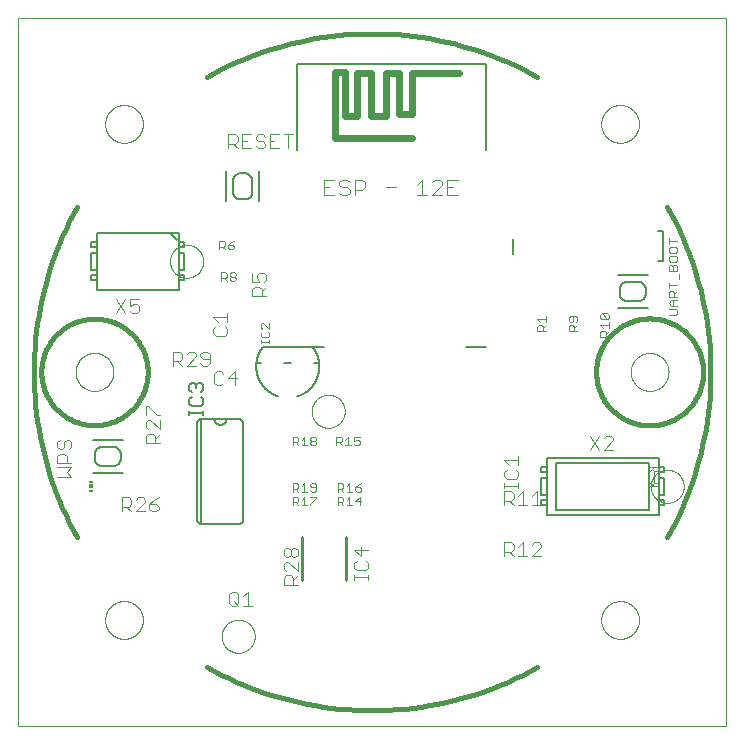
<source format=gto>
G75*
%MOIN*%
%OFA0B0*%
%FSLAX25Y25*%
%IPPOS*%
%LPD*%
%AMOC8*
5,1,8,0,0,1.08239X$1,22.5*
%
%ADD10C,0.00000*%
%ADD11C,0.01600*%
%ADD12C,0.00400*%
%ADD13C,0.00300*%
%ADD14C,0.00500*%
%ADD15C,0.02400*%
%ADD16C,0.00800*%
%ADD17R,0.01181X0.00591*%
%ADD18R,0.01181X0.01181*%
%ADD19C,0.00600*%
%ADD20C,0.01000*%
D10*
X0001000Y0001000D02*
X0001000Y0237220D01*
X0237220Y0237220D01*
X0237220Y0001000D01*
X0001000Y0001000D01*
X0030134Y0036433D02*
X0030136Y0036591D01*
X0030142Y0036749D01*
X0030152Y0036907D01*
X0030166Y0037065D01*
X0030184Y0037222D01*
X0030205Y0037379D01*
X0030231Y0037535D01*
X0030261Y0037691D01*
X0030294Y0037846D01*
X0030332Y0037999D01*
X0030373Y0038152D01*
X0030418Y0038304D01*
X0030467Y0038455D01*
X0030520Y0038604D01*
X0030576Y0038752D01*
X0030636Y0038898D01*
X0030700Y0039043D01*
X0030768Y0039186D01*
X0030839Y0039328D01*
X0030913Y0039468D01*
X0030991Y0039605D01*
X0031073Y0039741D01*
X0031157Y0039875D01*
X0031246Y0040006D01*
X0031337Y0040135D01*
X0031432Y0040262D01*
X0031529Y0040387D01*
X0031630Y0040509D01*
X0031734Y0040628D01*
X0031841Y0040745D01*
X0031951Y0040859D01*
X0032064Y0040970D01*
X0032179Y0041079D01*
X0032297Y0041184D01*
X0032418Y0041286D01*
X0032541Y0041386D01*
X0032667Y0041482D01*
X0032795Y0041575D01*
X0032925Y0041665D01*
X0033058Y0041751D01*
X0033193Y0041835D01*
X0033329Y0041914D01*
X0033468Y0041991D01*
X0033609Y0042063D01*
X0033751Y0042133D01*
X0033895Y0042198D01*
X0034041Y0042260D01*
X0034188Y0042318D01*
X0034337Y0042373D01*
X0034487Y0042424D01*
X0034638Y0042471D01*
X0034790Y0042514D01*
X0034943Y0042553D01*
X0035098Y0042589D01*
X0035253Y0042620D01*
X0035409Y0042648D01*
X0035565Y0042672D01*
X0035722Y0042692D01*
X0035880Y0042708D01*
X0036037Y0042720D01*
X0036196Y0042728D01*
X0036354Y0042732D01*
X0036512Y0042732D01*
X0036670Y0042728D01*
X0036829Y0042720D01*
X0036986Y0042708D01*
X0037144Y0042692D01*
X0037301Y0042672D01*
X0037457Y0042648D01*
X0037613Y0042620D01*
X0037768Y0042589D01*
X0037923Y0042553D01*
X0038076Y0042514D01*
X0038228Y0042471D01*
X0038379Y0042424D01*
X0038529Y0042373D01*
X0038678Y0042318D01*
X0038825Y0042260D01*
X0038971Y0042198D01*
X0039115Y0042133D01*
X0039257Y0042063D01*
X0039398Y0041991D01*
X0039537Y0041914D01*
X0039673Y0041835D01*
X0039808Y0041751D01*
X0039941Y0041665D01*
X0040071Y0041575D01*
X0040199Y0041482D01*
X0040325Y0041386D01*
X0040448Y0041286D01*
X0040569Y0041184D01*
X0040687Y0041079D01*
X0040802Y0040970D01*
X0040915Y0040859D01*
X0041025Y0040745D01*
X0041132Y0040628D01*
X0041236Y0040509D01*
X0041337Y0040387D01*
X0041434Y0040262D01*
X0041529Y0040135D01*
X0041620Y0040006D01*
X0041709Y0039875D01*
X0041793Y0039741D01*
X0041875Y0039605D01*
X0041953Y0039468D01*
X0042027Y0039328D01*
X0042098Y0039186D01*
X0042166Y0039043D01*
X0042230Y0038898D01*
X0042290Y0038752D01*
X0042346Y0038604D01*
X0042399Y0038455D01*
X0042448Y0038304D01*
X0042493Y0038152D01*
X0042534Y0037999D01*
X0042572Y0037846D01*
X0042605Y0037691D01*
X0042635Y0037535D01*
X0042661Y0037379D01*
X0042682Y0037222D01*
X0042700Y0037065D01*
X0042714Y0036907D01*
X0042724Y0036749D01*
X0042730Y0036591D01*
X0042732Y0036433D01*
X0042730Y0036275D01*
X0042724Y0036117D01*
X0042714Y0035959D01*
X0042700Y0035801D01*
X0042682Y0035644D01*
X0042661Y0035487D01*
X0042635Y0035331D01*
X0042605Y0035175D01*
X0042572Y0035020D01*
X0042534Y0034867D01*
X0042493Y0034714D01*
X0042448Y0034562D01*
X0042399Y0034411D01*
X0042346Y0034262D01*
X0042290Y0034114D01*
X0042230Y0033968D01*
X0042166Y0033823D01*
X0042098Y0033680D01*
X0042027Y0033538D01*
X0041953Y0033398D01*
X0041875Y0033261D01*
X0041793Y0033125D01*
X0041709Y0032991D01*
X0041620Y0032860D01*
X0041529Y0032731D01*
X0041434Y0032604D01*
X0041337Y0032479D01*
X0041236Y0032357D01*
X0041132Y0032238D01*
X0041025Y0032121D01*
X0040915Y0032007D01*
X0040802Y0031896D01*
X0040687Y0031787D01*
X0040569Y0031682D01*
X0040448Y0031580D01*
X0040325Y0031480D01*
X0040199Y0031384D01*
X0040071Y0031291D01*
X0039941Y0031201D01*
X0039808Y0031115D01*
X0039673Y0031031D01*
X0039537Y0030952D01*
X0039398Y0030875D01*
X0039257Y0030803D01*
X0039115Y0030733D01*
X0038971Y0030668D01*
X0038825Y0030606D01*
X0038678Y0030548D01*
X0038529Y0030493D01*
X0038379Y0030442D01*
X0038228Y0030395D01*
X0038076Y0030352D01*
X0037923Y0030313D01*
X0037768Y0030277D01*
X0037613Y0030246D01*
X0037457Y0030218D01*
X0037301Y0030194D01*
X0037144Y0030174D01*
X0036986Y0030158D01*
X0036829Y0030146D01*
X0036670Y0030138D01*
X0036512Y0030134D01*
X0036354Y0030134D01*
X0036196Y0030138D01*
X0036037Y0030146D01*
X0035880Y0030158D01*
X0035722Y0030174D01*
X0035565Y0030194D01*
X0035409Y0030218D01*
X0035253Y0030246D01*
X0035098Y0030277D01*
X0034943Y0030313D01*
X0034790Y0030352D01*
X0034638Y0030395D01*
X0034487Y0030442D01*
X0034337Y0030493D01*
X0034188Y0030548D01*
X0034041Y0030606D01*
X0033895Y0030668D01*
X0033751Y0030733D01*
X0033609Y0030803D01*
X0033468Y0030875D01*
X0033329Y0030952D01*
X0033193Y0031031D01*
X0033058Y0031115D01*
X0032925Y0031201D01*
X0032795Y0031291D01*
X0032667Y0031384D01*
X0032541Y0031480D01*
X0032418Y0031580D01*
X0032297Y0031682D01*
X0032179Y0031787D01*
X0032064Y0031896D01*
X0031951Y0032007D01*
X0031841Y0032121D01*
X0031734Y0032238D01*
X0031630Y0032357D01*
X0031529Y0032479D01*
X0031432Y0032604D01*
X0031337Y0032731D01*
X0031246Y0032860D01*
X0031157Y0032991D01*
X0031073Y0033125D01*
X0030991Y0033261D01*
X0030913Y0033398D01*
X0030839Y0033538D01*
X0030768Y0033680D01*
X0030700Y0033823D01*
X0030636Y0033968D01*
X0030576Y0034114D01*
X0030520Y0034262D01*
X0030467Y0034411D01*
X0030418Y0034562D01*
X0030373Y0034714D01*
X0030332Y0034867D01*
X0030294Y0035020D01*
X0030261Y0035175D01*
X0030231Y0035331D01*
X0030205Y0035487D01*
X0030184Y0035644D01*
X0030166Y0035801D01*
X0030152Y0035959D01*
X0030142Y0036117D01*
X0030136Y0036275D01*
X0030134Y0036433D01*
X0068988Y0031000D02*
X0068990Y0031148D01*
X0068996Y0031296D01*
X0069006Y0031444D01*
X0069020Y0031591D01*
X0069038Y0031738D01*
X0069059Y0031884D01*
X0069085Y0032030D01*
X0069115Y0032175D01*
X0069148Y0032319D01*
X0069186Y0032462D01*
X0069227Y0032604D01*
X0069272Y0032745D01*
X0069320Y0032885D01*
X0069373Y0033024D01*
X0069429Y0033161D01*
X0069489Y0033296D01*
X0069552Y0033430D01*
X0069619Y0033562D01*
X0069690Y0033692D01*
X0069764Y0033820D01*
X0069841Y0033946D01*
X0069922Y0034070D01*
X0070006Y0034192D01*
X0070093Y0034311D01*
X0070184Y0034428D01*
X0070278Y0034543D01*
X0070374Y0034655D01*
X0070474Y0034765D01*
X0070576Y0034871D01*
X0070682Y0034975D01*
X0070790Y0035076D01*
X0070901Y0035174D01*
X0071014Y0035270D01*
X0071130Y0035362D01*
X0071248Y0035451D01*
X0071369Y0035536D01*
X0071492Y0035619D01*
X0071617Y0035698D01*
X0071744Y0035774D01*
X0071873Y0035846D01*
X0072004Y0035915D01*
X0072137Y0035980D01*
X0072272Y0036041D01*
X0072408Y0036099D01*
X0072545Y0036154D01*
X0072684Y0036204D01*
X0072825Y0036251D01*
X0072966Y0036294D01*
X0073109Y0036334D01*
X0073253Y0036369D01*
X0073397Y0036401D01*
X0073543Y0036428D01*
X0073689Y0036452D01*
X0073836Y0036472D01*
X0073983Y0036488D01*
X0074130Y0036500D01*
X0074278Y0036508D01*
X0074426Y0036512D01*
X0074574Y0036512D01*
X0074722Y0036508D01*
X0074870Y0036500D01*
X0075017Y0036488D01*
X0075164Y0036472D01*
X0075311Y0036452D01*
X0075457Y0036428D01*
X0075603Y0036401D01*
X0075747Y0036369D01*
X0075891Y0036334D01*
X0076034Y0036294D01*
X0076175Y0036251D01*
X0076316Y0036204D01*
X0076455Y0036154D01*
X0076592Y0036099D01*
X0076728Y0036041D01*
X0076863Y0035980D01*
X0076996Y0035915D01*
X0077127Y0035846D01*
X0077256Y0035774D01*
X0077383Y0035698D01*
X0077508Y0035619D01*
X0077631Y0035536D01*
X0077752Y0035451D01*
X0077870Y0035362D01*
X0077986Y0035270D01*
X0078099Y0035174D01*
X0078210Y0035076D01*
X0078318Y0034975D01*
X0078424Y0034871D01*
X0078526Y0034765D01*
X0078626Y0034655D01*
X0078722Y0034543D01*
X0078816Y0034428D01*
X0078907Y0034311D01*
X0078994Y0034192D01*
X0079078Y0034070D01*
X0079159Y0033946D01*
X0079236Y0033820D01*
X0079310Y0033692D01*
X0079381Y0033562D01*
X0079448Y0033430D01*
X0079511Y0033296D01*
X0079571Y0033161D01*
X0079627Y0033024D01*
X0079680Y0032885D01*
X0079728Y0032745D01*
X0079773Y0032604D01*
X0079814Y0032462D01*
X0079852Y0032319D01*
X0079885Y0032175D01*
X0079915Y0032030D01*
X0079941Y0031884D01*
X0079962Y0031738D01*
X0079980Y0031591D01*
X0079994Y0031444D01*
X0080004Y0031296D01*
X0080010Y0031148D01*
X0080012Y0031000D01*
X0080010Y0030852D01*
X0080004Y0030704D01*
X0079994Y0030556D01*
X0079980Y0030409D01*
X0079962Y0030262D01*
X0079941Y0030116D01*
X0079915Y0029970D01*
X0079885Y0029825D01*
X0079852Y0029681D01*
X0079814Y0029538D01*
X0079773Y0029396D01*
X0079728Y0029255D01*
X0079680Y0029115D01*
X0079627Y0028976D01*
X0079571Y0028839D01*
X0079511Y0028704D01*
X0079448Y0028570D01*
X0079381Y0028438D01*
X0079310Y0028308D01*
X0079236Y0028180D01*
X0079159Y0028054D01*
X0079078Y0027930D01*
X0078994Y0027808D01*
X0078907Y0027689D01*
X0078816Y0027572D01*
X0078722Y0027457D01*
X0078626Y0027345D01*
X0078526Y0027235D01*
X0078424Y0027129D01*
X0078318Y0027025D01*
X0078210Y0026924D01*
X0078099Y0026826D01*
X0077986Y0026730D01*
X0077870Y0026638D01*
X0077752Y0026549D01*
X0077631Y0026464D01*
X0077508Y0026381D01*
X0077383Y0026302D01*
X0077256Y0026226D01*
X0077127Y0026154D01*
X0076996Y0026085D01*
X0076863Y0026020D01*
X0076728Y0025959D01*
X0076592Y0025901D01*
X0076455Y0025846D01*
X0076316Y0025796D01*
X0076175Y0025749D01*
X0076034Y0025706D01*
X0075891Y0025666D01*
X0075747Y0025631D01*
X0075603Y0025599D01*
X0075457Y0025572D01*
X0075311Y0025548D01*
X0075164Y0025528D01*
X0075017Y0025512D01*
X0074870Y0025500D01*
X0074722Y0025492D01*
X0074574Y0025488D01*
X0074426Y0025488D01*
X0074278Y0025492D01*
X0074130Y0025500D01*
X0073983Y0025512D01*
X0073836Y0025528D01*
X0073689Y0025548D01*
X0073543Y0025572D01*
X0073397Y0025599D01*
X0073253Y0025631D01*
X0073109Y0025666D01*
X0072966Y0025706D01*
X0072825Y0025749D01*
X0072684Y0025796D01*
X0072545Y0025846D01*
X0072408Y0025901D01*
X0072272Y0025959D01*
X0072137Y0026020D01*
X0072004Y0026085D01*
X0071873Y0026154D01*
X0071744Y0026226D01*
X0071617Y0026302D01*
X0071492Y0026381D01*
X0071369Y0026464D01*
X0071248Y0026549D01*
X0071130Y0026638D01*
X0071014Y0026730D01*
X0070901Y0026826D01*
X0070790Y0026924D01*
X0070682Y0027025D01*
X0070576Y0027129D01*
X0070474Y0027235D01*
X0070374Y0027345D01*
X0070278Y0027457D01*
X0070184Y0027572D01*
X0070093Y0027689D01*
X0070006Y0027808D01*
X0069922Y0027930D01*
X0069841Y0028054D01*
X0069764Y0028180D01*
X0069690Y0028308D01*
X0069619Y0028438D01*
X0069552Y0028570D01*
X0069489Y0028704D01*
X0069429Y0028839D01*
X0069373Y0028976D01*
X0069320Y0029115D01*
X0069272Y0029255D01*
X0069227Y0029396D01*
X0069186Y0029538D01*
X0069148Y0029681D01*
X0069115Y0029825D01*
X0069085Y0029970D01*
X0069059Y0030116D01*
X0069038Y0030262D01*
X0069020Y0030409D01*
X0069006Y0030556D01*
X0068996Y0030704D01*
X0068990Y0030852D01*
X0068988Y0031000D01*
X0098988Y0106000D02*
X0098990Y0106148D01*
X0098996Y0106296D01*
X0099006Y0106444D01*
X0099020Y0106591D01*
X0099038Y0106738D01*
X0099059Y0106884D01*
X0099085Y0107030D01*
X0099115Y0107175D01*
X0099148Y0107319D01*
X0099186Y0107462D01*
X0099227Y0107604D01*
X0099272Y0107745D01*
X0099320Y0107885D01*
X0099373Y0108024D01*
X0099429Y0108161D01*
X0099489Y0108296D01*
X0099552Y0108430D01*
X0099619Y0108562D01*
X0099690Y0108692D01*
X0099764Y0108820D01*
X0099841Y0108946D01*
X0099922Y0109070D01*
X0100006Y0109192D01*
X0100093Y0109311D01*
X0100184Y0109428D01*
X0100278Y0109543D01*
X0100374Y0109655D01*
X0100474Y0109765D01*
X0100576Y0109871D01*
X0100682Y0109975D01*
X0100790Y0110076D01*
X0100901Y0110174D01*
X0101014Y0110270D01*
X0101130Y0110362D01*
X0101248Y0110451D01*
X0101369Y0110536D01*
X0101492Y0110619D01*
X0101617Y0110698D01*
X0101744Y0110774D01*
X0101873Y0110846D01*
X0102004Y0110915D01*
X0102137Y0110980D01*
X0102272Y0111041D01*
X0102408Y0111099D01*
X0102545Y0111154D01*
X0102684Y0111204D01*
X0102825Y0111251D01*
X0102966Y0111294D01*
X0103109Y0111334D01*
X0103253Y0111369D01*
X0103397Y0111401D01*
X0103543Y0111428D01*
X0103689Y0111452D01*
X0103836Y0111472D01*
X0103983Y0111488D01*
X0104130Y0111500D01*
X0104278Y0111508D01*
X0104426Y0111512D01*
X0104574Y0111512D01*
X0104722Y0111508D01*
X0104870Y0111500D01*
X0105017Y0111488D01*
X0105164Y0111472D01*
X0105311Y0111452D01*
X0105457Y0111428D01*
X0105603Y0111401D01*
X0105747Y0111369D01*
X0105891Y0111334D01*
X0106034Y0111294D01*
X0106175Y0111251D01*
X0106316Y0111204D01*
X0106455Y0111154D01*
X0106592Y0111099D01*
X0106728Y0111041D01*
X0106863Y0110980D01*
X0106996Y0110915D01*
X0107127Y0110846D01*
X0107256Y0110774D01*
X0107383Y0110698D01*
X0107508Y0110619D01*
X0107631Y0110536D01*
X0107752Y0110451D01*
X0107870Y0110362D01*
X0107986Y0110270D01*
X0108099Y0110174D01*
X0108210Y0110076D01*
X0108318Y0109975D01*
X0108424Y0109871D01*
X0108526Y0109765D01*
X0108626Y0109655D01*
X0108722Y0109543D01*
X0108816Y0109428D01*
X0108907Y0109311D01*
X0108994Y0109192D01*
X0109078Y0109070D01*
X0109159Y0108946D01*
X0109236Y0108820D01*
X0109310Y0108692D01*
X0109381Y0108562D01*
X0109448Y0108430D01*
X0109511Y0108296D01*
X0109571Y0108161D01*
X0109627Y0108024D01*
X0109680Y0107885D01*
X0109728Y0107745D01*
X0109773Y0107604D01*
X0109814Y0107462D01*
X0109852Y0107319D01*
X0109885Y0107175D01*
X0109915Y0107030D01*
X0109941Y0106884D01*
X0109962Y0106738D01*
X0109980Y0106591D01*
X0109994Y0106444D01*
X0110004Y0106296D01*
X0110010Y0106148D01*
X0110012Y0106000D01*
X0110010Y0105852D01*
X0110004Y0105704D01*
X0109994Y0105556D01*
X0109980Y0105409D01*
X0109962Y0105262D01*
X0109941Y0105116D01*
X0109915Y0104970D01*
X0109885Y0104825D01*
X0109852Y0104681D01*
X0109814Y0104538D01*
X0109773Y0104396D01*
X0109728Y0104255D01*
X0109680Y0104115D01*
X0109627Y0103976D01*
X0109571Y0103839D01*
X0109511Y0103704D01*
X0109448Y0103570D01*
X0109381Y0103438D01*
X0109310Y0103308D01*
X0109236Y0103180D01*
X0109159Y0103054D01*
X0109078Y0102930D01*
X0108994Y0102808D01*
X0108907Y0102689D01*
X0108816Y0102572D01*
X0108722Y0102457D01*
X0108626Y0102345D01*
X0108526Y0102235D01*
X0108424Y0102129D01*
X0108318Y0102025D01*
X0108210Y0101924D01*
X0108099Y0101826D01*
X0107986Y0101730D01*
X0107870Y0101638D01*
X0107752Y0101549D01*
X0107631Y0101464D01*
X0107508Y0101381D01*
X0107383Y0101302D01*
X0107256Y0101226D01*
X0107127Y0101154D01*
X0106996Y0101085D01*
X0106863Y0101020D01*
X0106728Y0100959D01*
X0106592Y0100901D01*
X0106455Y0100846D01*
X0106316Y0100796D01*
X0106175Y0100749D01*
X0106034Y0100706D01*
X0105891Y0100666D01*
X0105747Y0100631D01*
X0105603Y0100599D01*
X0105457Y0100572D01*
X0105311Y0100548D01*
X0105164Y0100528D01*
X0105017Y0100512D01*
X0104870Y0100500D01*
X0104722Y0100492D01*
X0104574Y0100488D01*
X0104426Y0100488D01*
X0104278Y0100492D01*
X0104130Y0100500D01*
X0103983Y0100512D01*
X0103836Y0100528D01*
X0103689Y0100548D01*
X0103543Y0100572D01*
X0103397Y0100599D01*
X0103253Y0100631D01*
X0103109Y0100666D01*
X0102966Y0100706D01*
X0102825Y0100749D01*
X0102684Y0100796D01*
X0102545Y0100846D01*
X0102408Y0100901D01*
X0102272Y0100959D01*
X0102137Y0101020D01*
X0102004Y0101085D01*
X0101873Y0101154D01*
X0101744Y0101226D01*
X0101617Y0101302D01*
X0101492Y0101381D01*
X0101369Y0101464D01*
X0101248Y0101549D01*
X0101130Y0101638D01*
X0101014Y0101730D01*
X0100901Y0101826D01*
X0100790Y0101924D01*
X0100682Y0102025D01*
X0100576Y0102129D01*
X0100474Y0102235D01*
X0100374Y0102345D01*
X0100278Y0102457D01*
X0100184Y0102572D01*
X0100093Y0102689D01*
X0100006Y0102808D01*
X0099922Y0102930D01*
X0099841Y0103054D01*
X0099764Y0103180D01*
X0099690Y0103308D01*
X0099619Y0103438D01*
X0099552Y0103570D01*
X0099489Y0103704D01*
X0099429Y0103839D01*
X0099373Y0103976D01*
X0099320Y0104115D01*
X0099272Y0104255D01*
X0099227Y0104396D01*
X0099186Y0104538D01*
X0099148Y0104681D01*
X0099115Y0104825D01*
X0099085Y0104970D01*
X0099059Y0105116D01*
X0099038Y0105262D01*
X0099020Y0105409D01*
X0099006Y0105556D01*
X0098996Y0105704D01*
X0098990Y0105852D01*
X0098988Y0106000D01*
X0051788Y0156000D02*
X0051790Y0156148D01*
X0051796Y0156296D01*
X0051806Y0156444D01*
X0051820Y0156591D01*
X0051838Y0156738D01*
X0051859Y0156884D01*
X0051885Y0157030D01*
X0051915Y0157175D01*
X0051948Y0157319D01*
X0051986Y0157462D01*
X0052027Y0157604D01*
X0052072Y0157745D01*
X0052120Y0157885D01*
X0052173Y0158024D01*
X0052229Y0158161D01*
X0052289Y0158296D01*
X0052352Y0158430D01*
X0052419Y0158562D01*
X0052490Y0158692D01*
X0052564Y0158820D01*
X0052641Y0158946D01*
X0052722Y0159070D01*
X0052806Y0159192D01*
X0052893Y0159311D01*
X0052984Y0159428D01*
X0053078Y0159543D01*
X0053174Y0159655D01*
X0053274Y0159765D01*
X0053376Y0159871D01*
X0053482Y0159975D01*
X0053590Y0160076D01*
X0053701Y0160174D01*
X0053814Y0160270D01*
X0053930Y0160362D01*
X0054048Y0160451D01*
X0054169Y0160536D01*
X0054292Y0160619D01*
X0054417Y0160698D01*
X0054544Y0160774D01*
X0054673Y0160846D01*
X0054804Y0160915D01*
X0054937Y0160980D01*
X0055072Y0161041D01*
X0055208Y0161099D01*
X0055345Y0161154D01*
X0055484Y0161204D01*
X0055625Y0161251D01*
X0055766Y0161294D01*
X0055909Y0161334D01*
X0056053Y0161369D01*
X0056197Y0161401D01*
X0056343Y0161428D01*
X0056489Y0161452D01*
X0056636Y0161472D01*
X0056783Y0161488D01*
X0056930Y0161500D01*
X0057078Y0161508D01*
X0057226Y0161512D01*
X0057374Y0161512D01*
X0057522Y0161508D01*
X0057670Y0161500D01*
X0057817Y0161488D01*
X0057964Y0161472D01*
X0058111Y0161452D01*
X0058257Y0161428D01*
X0058403Y0161401D01*
X0058547Y0161369D01*
X0058691Y0161334D01*
X0058834Y0161294D01*
X0058975Y0161251D01*
X0059116Y0161204D01*
X0059255Y0161154D01*
X0059392Y0161099D01*
X0059528Y0161041D01*
X0059663Y0160980D01*
X0059796Y0160915D01*
X0059927Y0160846D01*
X0060056Y0160774D01*
X0060183Y0160698D01*
X0060308Y0160619D01*
X0060431Y0160536D01*
X0060552Y0160451D01*
X0060670Y0160362D01*
X0060786Y0160270D01*
X0060899Y0160174D01*
X0061010Y0160076D01*
X0061118Y0159975D01*
X0061224Y0159871D01*
X0061326Y0159765D01*
X0061426Y0159655D01*
X0061522Y0159543D01*
X0061616Y0159428D01*
X0061707Y0159311D01*
X0061794Y0159192D01*
X0061878Y0159070D01*
X0061959Y0158946D01*
X0062036Y0158820D01*
X0062110Y0158692D01*
X0062181Y0158562D01*
X0062248Y0158430D01*
X0062311Y0158296D01*
X0062371Y0158161D01*
X0062427Y0158024D01*
X0062480Y0157885D01*
X0062528Y0157745D01*
X0062573Y0157604D01*
X0062614Y0157462D01*
X0062652Y0157319D01*
X0062685Y0157175D01*
X0062715Y0157030D01*
X0062741Y0156884D01*
X0062762Y0156738D01*
X0062780Y0156591D01*
X0062794Y0156444D01*
X0062804Y0156296D01*
X0062810Y0156148D01*
X0062812Y0156000D01*
X0062810Y0155852D01*
X0062804Y0155704D01*
X0062794Y0155556D01*
X0062780Y0155409D01*
X0062762Y0155262D01*
X0062741Y0155116D01*
X0062715Y0154970D01*
X0062685Y0154825D01*
X0062652Y0154681D01*
X0062614Y0154538D01*
X0062573Y0154396D01*
X0062528Y0154255D01*
X0062480Y0154115D01*
X0062427Y0153976D01*
X0062371Y0153839D01*
X0062311Y0153704D01*
X0062248Y0153570D01*
X0062181Y0153438D01*
X0062110Y0153308D01*
X0062036Y0153180D01*
X0061959Y0153054D01*
X0061878Y0152930D01*
X0061794Y0152808D01*
X0061707Y0152689D01*
X0061616Y0152572D01*
X0061522Y0152457D01*
X0061426Y0152345D01*
X0061326Y0152235D01*
X0061224Y0152129D01*
X0061118Y0152025D01*
X0061010Y0151924D01*
X0060899Y0151826D01*
X0060786Y0151730D01*
X0060670Y0151638D01*
X0060552Y0151549D01*
X0060431Y0151464D01*
X0060308Y0151381D01*
X0060183Y0151302D01*
X0060056Y0151226D01*
X0059927Y0151154D01*
X0059796Y0151085D01*
X0059663Y0151020D01*
X0059528Y0150959D01*
X0059392Y0150901D01*
X0059255Y0150846D01*
X0059116Y0150796D01*
X0058975Y0150749D01*
X0058834Y0150706D01*
X0058691Y0150666D01*
X0058547Y0150631D01*
X0058403Y0150599D01*
X0058257Y0150572D01*
X0058111Y0150548D01*
X0057964Y0150528D01*
X0057817Y0150512D01*
X0057670Y0150500D01*
X0057522Y0150492D01*
X0057374Y0150488D01*
X0057226Y0150488D01*
X0057078Y0150492D01*
X0056930Y0150500D01*
X0056783Y0150512D01*
X0056636Y0150528D01*
X0056489Y0150548D01*
X0056343Y0150572D01*
X0056197Y0150599D01*
X0056053Y0150631D01*
X0055909Y0150666D01*
X0055766Y0150706D01*
X0055625Y0150749D01*
X0055484Y0150796D01*
X0055345Y0150846D01*
X0055208Y0150901D01*
X0055072Y0150959D01*
X0054937Y0151020D01*
X0054804Y0151085D01*
X0054673Y0151154D01*
X0054544Y0151226D01*
X0054417Y0151302D01*
X0054292Y0151381D01*
X0054169Y0151464D01*
X0054048Y0151549D01*
X0053930Y0151638D01*
X0053814Y0151730D01*
X0053701Y0151826D01*
X0053590Y0151924D01*
X0053482Y0152025D01*
X0053376Y0152129D01*
X0053274Y0152235D01*
X0053174Y0152345D01*
X0053078Y0152457D01*
X0052984Y0152572D01*
X0052893Y0152689D01*
X0052806Y0152808D01*
X0052722Y0152930D01*
X0052641Y0153054D01*
X0052564Y0153180D01*
X0052490Y0153308D01*
X0052419Y0153438D01*
X0052352Y0153570D01*
X0052289Y0153704D01*
X0052229Y0153839D01*
X0052173Y0153976D01*
X0052120Y0154115D01*
X0052072Y0154255D01*
X0052027Y0154396D01*
X0051986Y0154538D01*
X0051948Y0154681D01*
X0051915Y0154825D01*
X0051885Y0154970D01*
X0051859Y0155116D01*
X0051838Y0155262D01*
X0051820Y0155409D01*
X0051806Y0155556D01*
X0051796Y0155704D01*
X0051790Y0155852D01*
X0051788Y0156000D01*
X0020292Y0119110D02*
X0020294Y0119268D01*
X0020300Y0119426D01*
X0020310Y0119584D01*
X0020324Y0119742D01*
X0020342Y0119899D01*
X0020363Y0120056D01*
X0020389Y0120212D01*
X0020419Y0120368D01*
X0020452Y0120523D01*
X0020490Y0120676D01*
X0020531Y0120829D01*
X0020576Y0120981D01*
X0020625Y0121132D01*
X0020678Y0121281D01*
X0020734Y0121429D01*
X0020794Y0121575D01*
X0020858Y0121720D01*
X0020926Y0121863D01*
X0020997Y0122005D01*
X0021071Y0122145D01*
X0021149Y0122282D01*
X0021231Y0122418D01*
X0021315Y0122552D01*
X0021404Y0122683D01*
X0021495Y0122812D01*
X0021590Y0122939D01*
X0021687Y0123064D01*
X0021788Y0123186D01*
X0021892Y0123305D01*
X0021999Y0123422D01*
X0022109Y0123536D01*
X0022222Y0123647D01*
X0022337Y0123756D01*
X0022455Y0123861D01*
X0022576Y0123963D01*
X0022699Y0124063D01*
X0022825Y0124159D01*
X0022953Y0124252D01*
X0023083Y0124342D01*
X0023216Y0124428D01*
X0023351Y0124512D01*
X0023487Y0124591D01*
X0023626Y0124668D01*
X0023767Y0124740D01*
X0023909Y0124810D01*
X0024053Y0124875D01*
X0024199Y0124937D01*
X0024346Y0124995D01*
X0024495Y0125050D01*
X0024645Y0125101D01*
X0024796Y0125148D01*
X0024948Y0125191D01*
X0025101Y0125230D01*
X0025256Y0125266D01*
X0025411Y0125297D01*
X0025567Y0125325D01*
X0025723Y0125349D01*
X0025880Y0125369D01*
X0026038Y0125385D01*
X0026195Y0125397D01*
X0026354Y0125405D01*
X0026512Y0125409D01*
X0026670Y0125409D01*
X0026828Y0125405D01*
X0026987Y0125397D01*
X0027144Y0125385D01*
X0027302Y0125369D01*
X0027459Y0125349D01*
X0027615Y0125325D01*
X0027771Y0125297D01*
X0027926Y0125266D01*
X0028081Y0125230D01*
X0028234Y0125191D01*
X0028386Y0125148D01*
X0028537Y0125101D01*
X0028687Y0125050D01*
X0028836Y0124995D01*
X0028983Y0124937D01*
X0029129Y0124875D01*
X0029273Y0124810D01*
X0029415Y0124740D01*
X0029556Y0124668D01*
X0029695Y0124591D01*
X0029831Y0124512D01*
X0029966Y0124428D01*
X0030099Y0124342D01*
X0030229Y0124252D01*
X0030357Y0124159D01*
X0030483Y0124063D01*
X0030606Y0123963D01*
X0030727Y0123861D01*
X0030845Y0123756D01*
X0030960Y0123647D01*
X0031073Y0123536D01*
X0031183Y0123422D01*
X0031290Y0123305D01*
X0031394Y0123186D01*
X0031495Y0123064D01*
X0031592Y0122939D01*
X0031687Y0122812D01*
X0031778Y0122683D01*
X0031867Y0122552D01*
X0031951Y0122418D01*
X0032033Y0122282D01*
X0032111Y0122145D01*
X0032185Y0122005D01*
X0032256Y0121863D01*
X0032324Y0121720D01*
X0032388Y0121575D01*
X0032448Y0121429D01*
X0032504Y0121281D01*
X0032557Y0121132D01*
X0032606Y0120981D01*
X0032651Y0120829D01*
X0032692Y0120676D01*
X0032730Y0120523D01*
X0032763Y0120368D01*
X0032793Y0120212D01*
X0032819Y0120056D01*
X0032840Y0119899D01*
X0032858Y0119742D01*
X0032872Y0119584D01*
X0032882Y0119426D01*
X0032888Y0119268D01*
X0032890Y0119110D01*
X0032888Y0118952D01*
X0032882Y0118794D01*
X0032872Y0118636D01*
X0032858Y0118478D01*
X0032840Y0118321D01*
X0032819Y0118164D01*
X0032793Y0118008D01*
X0032763Y0117852D01*
X0032730Y0117697D01*
X0032692Y0117544D01*
X0032651Y0117391D01*
X0032606Y0117239D01*
X0032557Y0117088D01*
X0032504Y0116939D01*
X0032448Y0116791D01*
X0032388Y0116645D01*
X0032324Y0116500D01*
X0032256Y0116357D01*
X0032185Y0116215D01*
X0032111Y0116075D01*
X0032033Y0115938D01*
X0031951Y0115802D01*
X0031867Y0115668D01*
X0031778Y0115537D01*
X0031687Y0115408D01*
X0031592Y0115281D01*
X0031495Y0115156D01*
X0031394Y0115034D01*
X0031290Y0114915D01*
X0031183Y0114798D01*
X0031073Y0114684D01*
X0030960Y0114573D01*
X0030845Y0114464D01*
X0030727Y0114359D01*
X0030606Y0114257D01*
X0030483Y0114157D01*
X0030357Y0114061D01*
X0030229Y0113968D01*
X0030099Y0113878D01*
X0029966Y0113792D01*
X0029831Y0113708D01*
X0029695Y0113629D01*
X0029556Y0113552D01*
X0029415Y0113480D01*
X0029273Y0113410D01*
X0029129Y0113345D01*
X0028983Y0113283D01*
X0028836Y0113225D01*
X0028687Y0113170D01*
X0028537Y0113119D01*
X0028386Y0113072D01*
X0028234Y0113029D01*
X0028081Y0112990D01*
X0027926Y0112954D01*
X0027771Y0112923D01*
X0027615Y0112895D01*
X0027459Y0112871D01*
X0027302Y0112851D01*
X0027144Y0112835D01*
X0026987Y0112823D01*
X0026828Y0112815D01*
X0026670Y0112811D01*
X0026512Y0112811D01*
X0026354Y0112815D01*
X0026195Y0112823D01*
X0026038Y0112835D01*
X0025880Y0112851D01*
X0025723Y0112871D01*
X0025567Y0112895D01*
X0025411Y0112923D01*
X0025256Y0112954D01*
X0025101Y0112990D01*
X0024948Y0113029D01*
X0024796Y0113072D01*
X0024645Y0113119D01*
X0024495Y0113170D01*
X0024346Y0113225D01*
X0024199Y0113283D01*
X0024053Y0113345D01*
X0023909Y0113410D01*
X0023767Y0113480D01*
X0023626Y0113552D01*
X0023487Y0113629D01*
X0023351Y0113708D01*
X0023216Y0113792D01*
X0023083Y0113878D01*
X0022953Y0113968D01*
X0022825Y0114061D01*
X0022699Y0114157D01*
X0022576Y0114257D01*
X0022455Y0114359D01*
X0022337Y0114464D01*
X0022222Y0114573D01*
X0022109Y0114684D01*
X0021999Y0114798D01*
X0021892Y0114915D01*
X0021788Y0115034D01*
X0021687Y0115156D01*
X0021590Y0115281D01*
X0021495Y0115408D01*
X0021404Y0115537D01*
X0021315Y0115668D01*
X0021231Y0115802D01*
X0021149Y0115938D01*
X0021071Y0116075D01*
X0020997Y0116215D01*
X0020926Y0116357D01*
X0020858Y0116500D01*
X0020794Y0116645D01*
X0020734Y0116791D01*
X0020678Y0116939D01*
X0020625Y0117088D01*
X0020576Y0117239D01*
X0020531Y0117391D01*
X0020490Y0117544D01*
X0020452Y0117697D01*
X0020419Y0117852D01*
X0020389Y0118008D01*
X0020363Y0118164D01*
X0020342Y0118321D01*
X0020324Y0118478D01*
X0020310Y0118636D01*
X0020300Y0118794D01*
X0020294Y0118952D01*
X0020292Y0119110D01*
X0030134Y0201787D02*
X0030136Y0201945D01*
X0030142Y0202103D01*
X0030152Y0202261D01*
X0030166Y0202419D01*
X0030184Y0202576D01*
X0030205Y0202733D01*
X0030231Y0202889D01*
X0030261Y0203045D01*
X0030294Y0203200D01*
X0030332Y0203353D01*
X0030373Y0203506D01*
X0030418Y0203658D01*
X0030467Y0203809D01*
X0030520Y0203958D01*
X0030576Y0204106D01*
X0030636Y0204252D01*
X0030700Y0204397D01*
X0030768Y0204540D01*
X0030839Y0204682D01*
X0030913Y0204822D01*
X0030991Y0204959D01*
X0031073Y0205095D01*
X0031157Y0205229D01*
X0031246Y0205360D01*
X0031337Y0205489D01*
X0031432Y0205616D01*
X0031529Y0205741D01*
X0031630Y0205863D01*
X0031734Y0205982D01*
X0031841Y0206099D01*
X0031951Y0206213D01*
X0032064Y0206324D01*
X0032179Y0206433D01*
X0032297Y0206538D01*
X0032418Y0206640D01*
X0032541Y0206740D01*
X0032667Y0206836D01*
X0032795Y0206929D01*
X0032925Y0207019D01*
X0033058Y0207105D01*
X0033193Y0207189D01*
X0033329Y0207268D01*
X0033468Y0207345D01*
X0033609Y0207417D01*
X0033751Y0207487D01*
X0033895Y0207552D01*
X0034041Y0207614D01*
X0034188Y0207672D01*
X0034337Y0207727D01*
X0034487Y0207778D01*
X0034638Y0207825D01*
X0034790Y0207868D01*
X0034943Y0207907D01*
X0035098Y0207943D01*
X0035253Y0207974D01*
X0035409Y0208002D01*
X0035565Y0208026D01*
X0035722Y0208046D01*
X0035880Y0208062D01*
X0036037Y0208074D01*
X0036196Y0208082D01*
X0036354Y0208086D01*
X0036512Y0208086D01*
X0036670Y0208082D01*
X0036829Y0208074D01*
X0036986Y0208062D01*
X0037144Y0208046D01*
X0037301Y0208026D01*
X0037457Y0208002D01*
X0037613Y0207974D01*
X0037768Y0207943D01*
X0037923Y0207907D01*
X0038076Y0207868D01*
X0038228Y0207825D01*
X0038379Y0207778D01*
X0038529Y0207727D01*
X0038678Y0207672D01*
X0038825Y0207614D01*
X0038971Y0207552D01*
X0039115Y0207487D01*
X0039257Y0207417D01*
X0039398Y0207345D01*
X0039537Y0207268D01*
X0039673Y0207189D01*
X0039808Y0207105D01*
X0039941Y0207019D01*
X0040071Y0206929D01*
X0040199Y0206836D01*
X0040325Y0206740D01*
X0040448Y0206640D01*
X0040569Y0206538D01*
X0040687Y0206433D01*
X0040802Y0206324D01*
X0040915Y0206213D01*
X0041025Y0206099D01*
X0041132Y0205982D01*
X0041236Y0205863D01*
X0041337Y0205741D01*
X0041434Y0205616D01*
X0041529Y0205489D01*
X0041620Y0205360D01*
X0041709Y0205229D01*
X0041793Y0205095D01*
X0041875Y0204959D01*
X0041953Y0204822D01*
X0042027Y0204682D01*
X0042098Y0204540D01*
X0042166Y0204397D01*
X0042230Y0204252D01*
X0042290Y0204106D01*
X0042346Y0203958D01*
X0042399Y0203809D01*
X0042448Y0203658D01*
X0042493Y0203506D01*
X0042534Y0203353D01*
X0042572Y0203200D01*
X0042605Y0203045D01*
X0042635Y0202889D01*
X0042661Y0202733D01*
X0042682Y0202576D01*
X0042700Y0202419D01*
X0042714Y0202261D01*
X0042724Y0202103D01*
X0042730Y0201945D01*
X0042732Y0201787D01*
X0042730Y0201629D01*
X0042724Y0201471D01*
X0042714Y0201313D01*
X0042700Y0201155D01*
X0042682Y0200998D01*
X0042661Y0200841D01*
X0042635Y0200685D01*
X0042605Y0200529D01*
X0042572Y0200374D01*
X0042534Y0200221D01*
X0042493Y0200068D01*
X0042448Y0199916D01*
X0042399Y0199765D01*
X0042346Y0199616D01*
X0042290Y0199468D01*
X0042230Y0199322D01*
X0042166Y0199177D01*
X0042098Y0199034D01*
X0042027Y0198892D01*
X0041953Y0198752D01*
X0041875Y0198615D01*
X0041793Y0198479D01*
X0041709Y0198345D01*
X0041620Y0198214D01*
X0041529Y0198085D01*
X0041434Y0197958D01*
X0041337Y0197833D01*
X0041236Y0197711D01*
X0041132Y0197592D01*
X0041025Y0197475D01*
X0040915Y0197361D01*
X0040802Y0197250D01*
X0040687Y0197141D01*
X0040569Y0197036D01*
X0040448Y0196934D01*
X0040325Y0196834D01*
X0040199Y0196738D01*
X0040071Y0196645D01*
X0039941Y0196555D01*
X0039808Y0196469D01*
X0039673Y0196385D01*
X0039537Y0196306D01*
X0039398Y0196229D01*
X0039257Y0196157D01*
X0039115Y0196087D01*
X0038971Y0196022D01*
X0038825Y0195960D01*
X0038678Y0195902D01*
X0038529Y0195847D01*
X0038379Y0195796D01*
X0038228Y0195749D01*
X0038076Y0195706D01*
X0037923Y0195667D01*
X0037768Y0195631D01*
X0037613Y0195600D01*
X0037457Y0195572D01*
X0037301Y0195548D01*
X0037144Y0195528D01*
X0036986Y0195512D01*
X0036829Y0195500D01*
X0036670Y0195492D01*
X0036512Y0195488D01*
X0036354Y0195488D01*
X0036196Y0195492D01*
X0036037Y0195500D01*
X0035880Y0195512D01*
X0035722Y0195528D01*
X0035565Y0195548D01*
X0035409Y0195572D01*
X0035253Y0195600D01*
X0035098Y0195631D01*
X0034943Y0195667D01*
X0034790Y0195706D01*
X0034638Y0195749D01*
X0034487Y0195796D01*
X0034337Y0195847D01*
X0034188Y0195902D01*
X0034041Y0195960D01*
X0033895Y0196022D01*
X0033751Y0196087D01*
X0033609Y0196157D01*
X0033468Y0196229D01*
X0033329Y0196306D01*
X0033193Y0196385D01*
X0033058Y0196469D01*
X0032925Y0196555D01*
X0032795Y0196645D01*
X0032667Y0196738D01*
X0032541Y0196834D01*
X0032418Y0196934D01*
X0032297Y0197036D01*
X0032179Y0197141D01*
X0032064Y0197250D01*
X0031951Y0197361D01*
X0031841Y0197475D01*
X0031734Y0197592D01*
X0031630Y0197711D01*
X0031529Y0197833D01*
X0031432Y0197958D01*
X0031337Y0198085D01*
X0031246Y0198214D01*
X0031157Y0198345D01*
X0031073Y0198479D01*
X0030991Y0198615D01*
X0030913Y0198752D01*
X0030839Y0198892D01*
X0030768Y0199034D01*
X0030700Y0199177D01*
X0030636Y0199322D01*
X0030576Y0199468D01*
X0030520Y0199616D01*
X0030467Y0199765D01*
X0030418Y0199916D01*
X0030373Y0200068D01*
X0030332Y0200221D01*
X0030294Y0200374D01*
X0030261Y0200529D01*
X0030231Y0200685D01*
X0030205Y0200841D01*
X0030184Y0200998D01*
X0030166Y0201155D01*
X0030152Y0201313D01*
X0030142Y0201471D01*
X0030136Y0201629D01*
X0030134Y0201787D01*
X0195488Y0201787D02*
X0195490Y0201945D01*
X0195496Y0202103D01*
X0195506Y0202261D01*
X0195520Y0202419D01*
X0195538Y0202576D01*
X0195559Y0202733D01*
X0195585Y0202889D01*
X0195615Y0203045D01*
X0195648Y0203200D01*
X0195686Y0203353D01*
X0195727Y0203506D01*
X0195772Y0203658D01*
X0195821Y0203809D01*
X0195874Y0203958D01*
X0195930Y0204106D01*
X0195990Y0204252D01*
X0196054Y0204397D01*
X0196122Y0204540D01*
X0196193Y0204682D01*
X0196267Y0204822D01*
X0196345Y0204959D01*
X0196427Y0205095D01*
X0196511Y0205229D01*
X0196600Y0205360D01*
X0196691Y0205489D01*
X0196786Y0205616D01*
X0196883Y0205741D01*
X0196984Y0205863D01*
X0197088Y0205982D01*
X0197195Y0206099D01*
X0197305Y0206213D01*
X0197418Y0206324D01*
X0197533Y0206433D01*
X0197651Y0206538D01*
X0197772Y0206640D01*
X0197895Y0206740D01*
X0198021Y0206836D01*
X0198149Y0206929D01*
X0198279Y0207019D01*
X0198412Y0207105D01*
X0198547Y0207189D01*
X0198683Y0207268D01*
X0198822Y0207345D01*
X0198963Y0207417D01*
X0199105Y0207487D01*
X0199249Y0207552D01*
X0199395Y0207614D01*
X0199542Y0207672D01*
X0199691Y0207727D01*
X0199841Y0207778D01*
X0199992Y0207825D01*
X0200144Y0207868D01*
X0200297Y0207907D01*
X0200452Y0207943D01*
X0200607Y0207974D01*
X0200763Y0208002D01*
X0200919Y0208026D01*
X0201076Y0208046D01*
X0201234Y0208062D01*
X0201391Y0208074D01*
X0201550Y0208082D01*
X0201708Y0208086D01*
X0201866Y0208086D01*
X0202024Y0208082D01*
X0202183Y0208074D01*
X0202340Y0208062D01*
X0202498Y0208046D01*
X0202655Y0208026D01*
X0202811Y0208002D01*
X0202967Y0207974D01*
X0203122Y0207943D01*
X0203277Y0207907D01*
X0203430Y0207868D01*
X0203582Y0207825D01*
X0203733Y0207778D01*
X0203883Y0207727D01*
X0204032Y0207672D01*
X0204179Y0207614D01*
X0204325Y0207552D01*
X0204469Y0207487D01*
X0204611Y0207417D01*
X0204752Y0207345D01*
X0204891Y0207268D01*
X0205027Y0207189D01*
X0205162Y0207105D01*
X0205295Y0207019D01*
X0205425Y0206929D01*
X0205553Y0206836D01*
X0205679Y0206740D01*
X0205802Y0206640D01*
X0205923Y0206538D01*
X0206041Y0206433D01*
X0206156Y0206324D01*
X0206269Y0206213D01*
X0206379Y0206099D01*
X0206486Y0205982D01*
X0206590Y0205863D01*
X0206691Y0205741D01*
X0206788Y0205616D01*
X0206883Y0205489D01*
X0206974Y0205360D01*
X0207063Y0205229D01*
X0207147Y0205095D01*
X0207229Y0204959D01*
X0207307Y0204822D01*
X0207381Y0204682D01*
X0207452Y0204540D01*
X0207520Y0204397D01*
X0207584Y0204252D01*
X0207644Y0204106D01*
X0207700Y0203958D01*
X0207753Y0203809D01*
X0207802Y0203658D01*
X0207847Y0203506D01*
X0207888Y0203353D01*
X0207926Y0203200D01*
X0207959Y0203045D01*
X0207989Y0202889D01*
X0208015Y0202733D01*
X0208036Y0202576D01*
X0208054Y0202419D01*
X0208068Y0202261D01*
X0208078Y0202103D01*
X0208084Y0201945D01*
X0208086Y0201787D01*
X0208084Y0201629D01*
X0208078Y0201471D01*
X0208068Y0201313D01*
X0208054Y0201155D01*
X0208036Y0200998D01*
X0208015Y0200841D01*
X0207989Y0200685D01*
X0207959Y0200529D01*
X0207926Y0200374D01*
X0207888Y0200221D01*
X0207847Y0200068D01*
X0207802Y0199916D01*
X0207753Y0199765D01*
X0207700Y0199616D01*
X0207644Y0199468D01*
X0207584Y0199322D01*
X0207520Y0199177D01*
X0207452Y0199034D01*
X0207381Y0198892D01*
X0207307Y0198752D01*
X0207229Y0198615D01*
X0207147Y0198479D01*
X0207063Y0198345D01*
X0206974Y0198214D01*
X0206883Y0198085D01*
X0206788Y0197958D01*
X0206691Y0197833D01*
X0206590Y0197711D01*
X0206486Y0197592D01*
X0206379Y0197475D01*
X0206269Y0197361D01*
X0206156Y0197250D01*
X0206041Y0197141D01*
X0205923Y0197036D01*
X0205802Y0196934D01*
X0205679Y0196834D01*
X0205553Y0196738D01*
X0205425Y0196645D01*
X0205295Y0196555D01*
X0205162Y0196469D01*
X0205027Y0196385D01*
X0204891Y0196306D01*
X0204752Y0196229D01*
X0204611Y0196157D01*
X0204469Y0196087D01*
X0204325Y0196022D01*
X0204179Y0195960D01*
X0204032Y0195902D01*
X0203883Y0195847D01*
X0203733Y0195796D01*
X0203582Y0195749D01*
X0203430Y0195706D01*
X0203277Y0195667D01*
X0203122Y0195631D01*
X0202967Y0195600D01*
X0202811Y0195572D01*
X0202655Y0195548D01*
X0202498Y0195528D01*
X0202340Y0195512D01*
X0202183Y0195500D01*
X0202024Y0195492D01*
X0201866Y0195488D01*
X0201708Y0195488D01*
X0201550Y0195492D01*
X0201391Y0195500D01*
X0201234Y0195512D01*
X0201076Y0195528D01*
X0200919Y0195548D01*
X0200763Y0195572D01*
X0200607Y0195600D01*
X0200452Y0195631D01*
X0200297Y0195667D01*
X0200144Y0195706D01*
X0199992Y0195749D01*
X0199841Y0195796D01*
X0199691Y0195847D01*
X0199542Y0195902D01*
X0199395Y0195960D01*
X0199249Y0196022D01*
X0199105Y0196087D01*
X0198963Y0196157D01*
X0198822Y0196229D01*
X0198683Y0196306D01*
X0198547Y0196385D01*
X0198412Y0196469D01*
X0198279Y0196555D01*
X0198149Y0196645D01*
X0198021Y0196738D01*
X0197895Y0196834D01*
X0197772Y0196934D01*
X0197651Y0197036D01*
X0197533Y0197141D01*
X0197418Y0197250D01*
X0197305Y0197361D01*
X0197195Y0197475D01*
X0197088Y0197592D01*
X0196984Y0197711D01*
X0196883Y0197833D01*
X0196786Y0197958D01*
X0196691Y0198085D01*
X0196600Y0198214D01*
X0196511Y0198345D01*
X0196427Y0198479D01*
X0196345Y0198615D01*
X0196267Y0198752D01*
X0196193Y0198892D01*
X0196122Y0199034D01*
X0196054Y0199177D01*
X0195990Y0199322D01*
X0195930Y0199468D01*
X0195874Y0199616D01*
X0195821Y0199765D01*
X0195772Y0199916D01*
X0195727Y0200068D01*
X0195686Y0200221D01*
X0195648Y0200374D01*
X0195615Y0200529D01*
X0195585Y0200685D01*
X0195559Y0200841D01*
X0195538Y0200998D01*
X0195520Y0201155D01*
X0195506Y0201313D01*
X0195496Y0201471D01*
X0195490Y0201629D01*
X0195488Y0201787D01*
X0205331Y0119110D02*
X0205333Y0119268D01*
X0205339Y0119426D01*
X0205349Y0119584D01*
X0205363Y0119742D01*
X0205381Y0119899D01*
X0205402Y0120056D01*
X0205428Y0120212D01*
X0205458Y0120368D01*
X0205491Y0120523D01*
X0205529Y0120676D01*
X0205570Y0120829D01*
X0205615Y0120981D01*
X0205664Y0121132D01*
X0205717Y0121281D01*
X0205773Y0121429D01*
X0205833Y0121575D01*
X0205897Y0121720D01*
X0205965Y0121863D01*
X0206036Y0122005D01*
X0206110Y0122145D01*
X0206188Y0122282D01*
X0206270Y0122418D01*
X0206354Y0122552D01*
X0206443Y0122683D01*
X0206534Y0122812D01*
X0206629Y0122939D01*
X0206726Y0123064D01*
X0206827Y0123186D01*
X0206931Y0123305D01*
X0207038Y0123422D01*
X0207148Y0123536D01*
X0207261Y0123647D01*
X0207376Y0123756D01*
X0207494Y0123861D01*
X0207615Y0123963D01*
X0207738Y0124063D01*
X0207864Y0124159D01*
X0207992Y0124252D01*
X0208122Y0124342D01*
X0208255Y0124428D01*
X0208390Y0124512D01*
X0208526Y0124591D01*
X0208665Y0124668D01*
X0208806Y0124740D01*
X0208948Y0124810D01*
X0209092Y0124875D01*
X0209238Y0124937D01*
X0209385Y0124995D01*
X0209534Y0125050D01*
X0209684Y0125101D01*
X0209835Y0125148D01*
X0209987Y0125191D01*
X0210140Y0125230D01*
X0210295Y0125266D01*
X0210450Y0125297D01*
X0210606Y0125325D01*
X0210762Y0125349D01*
X0210919Y0125369D01*
X0211077Y0125385D01*
X0211234Y0125397D01*
X0211393Y0125405D01*
X0211551Y0125409D01*
X0211709Y0125409D01*
X0211867Y0125405D01*
X0212026Y0125397D01*
X0212183Y0125385D01*
X0212341Y0125369D01*
X0212498Y0125349D01*
X0212654Y0125325D01*
X0212810Y0125297D01*
X0212965Y0125266D01*
X0213120Y0125230D01*
X0213273Y0125191D01*
X0213425Y0125148D01*
X0213576Y0125101D01*
X0213726Y0125050D01*
X0213875Y0124995D01*
X0214022Y0124937D01*
X0214168Y0124875D01*
X0214312Y0124810D01*
X0214454Y0124740D01*
X0214595Y0124668D01*
X0214734Y0124591D01*
X0214870Y0124512D01*
X0215005Y0124428D01*
X0215138Y0124342D01*
X0215268Y0124252D01*
X0215396Y0124159D01*
X0215522Y0124063D01*
X0215645Y0123963D01*
X0215766Y0123861D01*
X0215884Y0123756D01*
X0215999Y0123647D01*
X0216112Y0123536D01*
X0216222Y0123422D01*
X0216329Y0123305D01*
X0216433Y0123186D01*
X0216534Y0123064D01*
X0216631Y0122939D01*
X0216726Y0122812D01*
X0216817Y0122683D01*
X0216906Y0122552D01*
X0216990Y0122418D01*
X0217072Y0122282D01*
X0217150Y0122145D01*
X0217224Y0122005D01*
X0217295Y0121863D01*
X0217363Y0121720D01*
X0217427Y0121575D01*
X0217487Y0121429D01*
X0217543Y0121281D01*
X0217596Y0121132D01*
X0217645Y0120981D01*
X0217690Y0120829D01*
X0217731Y0120676D01*
X0217769Y0120523D01*
X0217802Y0120368D01*
X0217832Y0120212D01*
X0217858Y0120056D01*
X0217879Y0119899D01*
X0217897Y0119742D01*
X0217911Y0119584D01*
X0217921Y0119426D01*
X0217927Y0119268D01*
X0217929Y0119110D01*
X0217927Y0118952D01*
X0217921Y0118794D01*
X0217911Y0118636D01*
X0217897Y0118478D01*
X0217879Y0118321D01*
X0217858Y0118164D01*
X0217832Y0118008D01*
X0217802Y0117852D01*
X0217769Y0117697D01*
X0217731Y0117544D01*
X0217690Y0117391D01*
X0217645Y0117239D01*
X0217596Y0117088D01*
X0217543Y0116939D01*
X0217487Y0116791D01*
X0217427Y0116645D01*
X0217363Y0116500D01*
X0217295Y0116357D01*
X0217224Y0116215D01*
X0217150Y0116075D01*
X0217072Y0115938D01*
X0216990Y0115802D01*
X0216906Y0115668D01*
X0216817Y0115537D01*
X0216726Y0115408D01*
X0216631Y0115281D01*
X0216534Y0115156D01*
X0216433Y0115034D01*
X0216329Y0114915D01*
X0216222Y0114798D01*
X0216112Y0114684D01*
X0215999Y0114573D01*
X0215884Y0114464D01*
X0215766Y0114359D01*
X0215645Y0114257D01*
X0215522Y0114157D01*
X0215396Y0114061D01*
X0215268Y0113968D01*
X0215138Y0113878D01*
X0215005Y0113792D01*
X0214870Y0113708D01*
X0214734Y0113629D01*
X0214595Y0113552D01*
X0214454Y0113480D01*
X0214312Y0113410D01*
X0214168Y0113345D01*
X0214022Y0113283D01*
X0213875Y0113225D01*
X0213726Y0113170D01*
X0213576Y0113119D01*
X0213425Y0113072D01*
X0213273Y0113029D01*
X0213120Y0112990D01*
X0212965Y0112954D01*
X0212810Y0112923D01*
X0212654Y0112895D01*
X0212498Y0112871D01*
X0212341Y0112851D01*
X0212183Y0112835D01*
X0212026Y0112823D01*
X0211867Y0112815D01*
X0211709Y0112811D01*
X0211551Y0112811D01*
X0211393Y0112815D01*
X0211234Y0112823D01*
X0211077Y0112835D01*
X0210919Y0112851D01*
X0210762Y0112871D01*
X0210606Y0112895D01*
X0210450Y0112923D01*
X0210295Y0112954D01*
X0210140Y0112990D01*
X0209987Y0113029D01*
X0209835Y0113072D01*
X0209684Y0113119D01*
X0209534Y0113170D01*
X0209385Y0113225D01*
X0209238Y0113283D01*
X0209092Y0113345D01*
X0208948Y0113410D01*
X0208806Y0113480D01*
X0208665Y0113552D01*
X0208526Y0113629D01*
X0208390Y0113708D01*
X0208255Y0113792D01*
X0208122Y0113878D01*
X0207992Y0113968D01*
X0207864Y0114061D01*
X0207738Y0114157D01*
X0207615Y0114257D01*
X0207494Y0114359D01*
X0207376Y0114464D01*
X0207261Y0114573D01*
X0207148Y0114684D01*
X0207038Y0114798D01*
X0206931Y0114915D01*
X0206827Y0115034D01*
X0206726Y0115156D01*
X0206629Y0115281D01*
X0206534Y0115408D01*
X0206443Y0115537D01*
X0206354Y0115668D01*
X0206270Y0115802D01*
X0206188Y0115938D01*
X0206110Y0116075D01*
X0206036Y0116215D01*
X0205965Y0116357D01*
X0205897Y0116500D01*
X0205833Y0116645D01*
X0205773Y0116791D01*
X0205717Y0116939D01*
X0205664Y0117088D01*
X0205615Y0117239D01*
X0205570Y0117391D01*
X0205529Y0117544D01*
X0205491Y0117697D01*
X0205458Y0117852D01*
X0205428Y0118008D01*
X0205402Y0118164D01*
X0205381Y0118321D01*
X0205363Y0118478D01*
X0205349Y0118636D01*
X0205339Y0118794D01*
X0205333Y0118952D01*
X0205331Y0119110D01*
X0211988Y0081000D02*
X0211990Y0081148D01*
X0211996Y0081296D01*
X0212006Y0081444D01*
X0212020Y0081591D01*
X0212038Y0081738D01*
X0212059Y0081884D01*
X0212085Y0082030D01*
X0212115Y0082175D01*
X0212148Y0082319D01*
X0212186Y0082462D01*
X0212227Y0082604D01*
X0212272Y0082745D01*
X0212320Y0082885D01*
X0212373Y0083024D01*
X0212429Y0083161D01*
X0212489Y0083296D01*
X0212552Y0083430D01*
X0212619Y0083562D01*
X0212690Y0083692D01*
X0212764Y0083820D01*
X0212841Y0083946D01*
X0212922Y0084070D01*
X0213006Y0084192D01*
X0213093Y0084311D01*
X0213184Y0084428D01*
X0213278Y0084543D01*
X0213374Y0084655D01*
X0213474Y0084765D01*
X0213576Y0084871D01*
X0213682Y0084975D01*
X0213790Y0085076D01*
X0213901Y0085174D01*
X0214014Y0085270D01*
X0214130Y0085362D01*
X0214248Y0085451D01*
X0214369Y0085536D01*
X0214492Y0085619D01*
X0214617Y0085698D01*
X0214744Y0085774D01*
X0214873Y0085846D01*
X0215004Y0085915D01*
X0215137Y0085980D01*
X0215272Y0086041D01*
X0215408Y0086099D01*
X0215545Y0086154D01*
X0215684Y0086204D01*
X0215825Y0086251D01*
X0215966Y0086294D01*
X0216109Y0086334D01*
X0216253Y0086369D01*
X0216397Y0086401D01*
X0216543Y0086428D01*
X0216689Y0086452D01*
X0216836Y0086472D01*
X0216983Y0086488D01*
X0217130Y0086500D01*
X0217278Y0086508D01*
X0217426Y0086512D01*
X0217574Y0086512D01*
X0217722Y0086508D01*
X0217870Y0086500D01*
X0218017Y0086488D01*
X0218164Y0086472D01*
X0218311Y0086452D01*
X0218457Y0086428D01*
X0218603Y0086401D01*
X0218747Y0086369D01*
X0218891Y0086334D01*
X0219034Y0086294D01*
X0219175Y0086251D01*
X0219316Y0086204D01*
X0219455Y0086154D01*
X0219592Y0086099D01*
X0219728Y0086041D01*
X0219863Y0085980D01*
X0219996Y0085915D01*
X0220127Y0085846D01*
X0220256Y0085774D01*
X0220383Y0085698D01*
X0220508Y0085619D01*
X0220631Y0085536D01*
X0220752Y0085451D01*
X0220870Y0085362D01*
X0220986Y0085270D01*
X0221099Y0085174D01*
X0221210Y0085076D01*
X0221318Y0084975D01*
X0221424Y0084871D01*
X0221526Y0084765D01*
X0221626Y0084655D01*
X0221722Y0084543D01*
X0221816Y0084428D01*
X0221907Y0084311D01*
X0221994Y0084192D01*
X0222078Y0084070D01*
X0222159Y0083946D01*
X0222236Y0083820D01*
X0222310Y0083692D01*
X0222381Y0083562D01*
X0222448Y0083430D01*
X0222511Y0083296D01*
X0222571Y0083161D01*
X0222627Y0083024D01*
X0222680Y0082885D01*
X0222728Y0082745D01*
X0222773Y0082604D01*
X0222814Y0082462D01*
X0222852Y0082319D01*
X0222885Y0082175D01*
X0222915Y0082030D01*
X0222941Y0081884D01*
X0222962Y0081738D01*
X0222980Y0081591D01*
X0222994Y0081444D01*
X0223004Y0081296D01*
X0223010Y0081148D01*
X0223012Y0081000D01*
X0223010Y0080852D01*
X0223004Y0080704D01*
X0222994Y0080556D01*
X0222980Y0080409D01*
X0222962Y0080262D01*
X0222941Y0080116D01*
X0222915Y0079970D01*
X0222885Y0079825D01*
X0222852Y0079681D01*
X0222814Y0079538D01*
X0222773Y0079396D01*
X0222728Y0079255D01*
X0222680Y0079115D01*
X0222627Y0078976D01*
X0222571Y0078839D01*
X0222511Y0078704D01*
X0222448Y0078570D01*
X0222381Y0078438D01*
X0222310Y0078308D01*
X0222236Y0078180D01*
X0222159Y0078054D01*
X0222078Y0077930D01*
X0221994Y0077808D01*
X0221907Y0077689D01*
X0221816Y0077572D01*
X0221722Y0077457D01*
X0221626Y0077345D01*
X0221526Y0077235D01*
X0221424Y0077129D01*
X0221318Y0077025D01*
X0221210Y0076924D01*
X0221099Y0076826D01*
X0220986Y0076730D01*
X0220870Y0076638D01*
X0220752Y0076549D01*
X0220631Y0076464D01*
X0220508Y0076381D01*
X0220383Y0076302D01*
X0220256Y0076226D01*
X0220127Y0076154D01*
X0219996Y0076085D01*
X0219863Y0076020D01*
X0219728Y0075959D01*
X0219592Y0075901D01*
X0219455Y0075846D01*
X0219316Y0075796D01*
X0219175Y0075749D01*
X0219034Y0075706D01*
X0218891Y0075666D01*
X0218747Y0075631D01*
X0218603Y0075599D01*
X0218457Y0075572D01*
X0218311Y0075548D01*
X0218164Y0075528D01*
X0218017Y0075512D01*
X0217870Y0075500D01*
X0217722Y0075492D01*
X0217574Y0075488D01*
X0217426Y0075488D01*
X0217278Y0075492D01*
X0217130Y0075500D01*
X0216983Y0075512D01*
X0216836Y0075528D01*
X0216689Y0075548D01*
X0216543Y0075572D01*
X0216397Y0075599D01*
X0216253Y0075631D01*
X0216109Y0075666D01*
X0215966Y0075706D01*
X0215825Y0075749D01*
X0215684Y0075796D01*
X0215545Y0075846D01*
X0215408Y0075901D01*
X0215272Y0075959D01*
X0215137Y0076020D01*
X0215004Y0076085D01*
X0214873Y0076154D01*
X0214744Y0076226D01*
X0214617Y0076302D01*
X0214492Y0076381D01*
X0214369Y0076464D01*
X0214248Y0076549D01*
X0214130Y0076638D01*
X0214014Y0076730D01*
X0213901Y0076826D01*
X0213790Y0076924D01*
X0213682Y0077025D01*
X0213576Y0077129D01*
X0213474Y0077235D01*
X0213374Y0077345D01*
X0213278Y0077457D01*
X0213184Y0077572D01*
X0213093Y0077689D01*
X0213006Y0077808D01*
X0212922Y0077930D01*
X0212841Y0078054D01*
X0212764Y0078180D01*
X0212690Y0078308D01*
X0212619Y0078438D01*
X0212552Y0078570D01*
X0212489Y0078704D01*
X0212429Y0078839D01*
X0212373Y0078976D01*
X0212320Y0079115D01*
X0212272Y0079255D01*
X0212227Y0079396D01*
X0212186Y0079538D01*
X0212148Y0079681D01*
X0212115Y0079825D01*
X0212085Y0079970D01*
X0212059Y0080116D01*
X0212038Y0080262D01*
X0212020Y0080409D01*
X0212006Y0080556D01*
X0211996Y0080704D01*
X0211990Y0080852D01*
X0211988Y0081000D01*
X0195488Y0036433D02*
X0195490Y0036591D01*
X0195496Y0036749D01*
X0195506Y0036907D01*
X0195520Y0037065D01*
X0195538Y0037222D01*
X0195559Y0037379D01*
X0195585Y0037535D01*
X0195615Y0037691D01*
X0195648Y0037846D01*
X0195686Y0037999D01*
X0195727Y0038152D01*
X0195772Y0038304D01*
X0195821Y0038455D01*
X0195874Y0038604D01*
X0195930Y0038752D01*
X0195990Y0038898D01*
X0196054Y0039043D01*
X0196122Y0039186D01*
X0196193Y0039328D01*
X0196267Y0039468D01*
X0196345Y0039605D01*
X0196427Y0039741D01*
X0196511Y0039875D01*
X0196600Y0040006D01*
X0196691Y0040135D01*
X0196786Y0040262D01*
X0196883Y0040387D01*
X0196984Y0040509D01*
X0197088Y0040628D01*
X0197195Y0040745D01*
X0197305Y0040859D01*
X0197418Y0040970D01*
X0197533Y0041079D01*
X0197651Y0041184D01*
X0197772Y0041286D01*
X0197895Y0041386D01*
X0198021Y0041482D01*
X0198149Y0041575D01*
X0198279Y0041665D01*
X0198412Y0041751D01*
X0198547Y0041835D01*
X0198683Y0041914D01*
X0198822Y0041991D01*
X0198963Y0042063D01*
X0199105Y0042133D01*
X0199249Y0042198D01*
X0199395Y0042260D01*
X0199542Y0042318D01*
X0199691Y0042373D01*
X0199841Y0042424D01*
X0199992Y0042471D01*
X0200144Y0042514D01*
X0200297Y0042553D01*
X0200452Y0042589D01*
X0200607Y0042620D01*
X0200763Y0042648D01*
X0200919Y0042672D01*
X0201076Y0042692D01*
X0201234Y0042708D01*
X0201391Y0042720D01*
X0201550Y0042728D01*
X0201708Y0042732D01*
X0201866Y0042732D01*
X0202024Y0042728D01*
X0202183Y0042720D01*
X0202340Y0042708D01*
X0202498Y0042692D01*
X0202655Y0042672D01*
X0202811Y0042648D01*
X0202967Y0042620D01*
X0203122Y0042589D01*
X0203277Y0042553D01*
X0203430Y0042514D01*
X0203582Y0042471D01*
X0203733Y0042424D01*
X0203883Y0042373D01*
X0204032Y0042318D01*
X0204179Y0042260D01*
X0204325Y0042198D01*
X0204469Y0042133D01*
X0204611Y0042063D01*
X0204752Y0041991D01*
X0204891Y0041914D01*
X0205027Y0041835D01*
X0205162Y0041751D01*
X0205295Y0041665D01*
X0205425Y0041575D01*
X0205553Y0041482D01*
X0205679Y0041386D01*
X0205802Y0041286D01*
X0205923Y0041184D01*
X0206041Y0041079D01*
X0206156Y0040970D01*
X0206269Y0040859D01*
X0206379Y0040745D01*
X0206486Y0040628D01*
X0206590Y0040509D01*
X0206691Y0040387D01*
X0206788Y0040262D01*
X0206883Y0040135D01*
X0206974Y0040006D01*
X0207063Y0039875D01*
X0207147Y0039741D01*
X0207229Y0039605D01*
X0207307Y0039468D01*
X0207381Y0039328D01*
X0207452Y0039186D01*
X0207520Y0039043D01*
X0207584Y0038898D01*
X0207644Y0038752D01*
X0207700Y0038604D01*
X0207753Y0038455D01*
X0207802Y0038304D01*
X0207847Y0038152D01*
X0207888Y0037999D01*
X0207926Y0037846D01*
X0207959Y0037691D01*
X0207989Y0037535D01*
X0208015Y0037379D01*
X0208036Y0037222D01*
X0208054Y0037065D01*
X0208068Y0036907D01*
X0208078Y0036749D01*
X0208084Y0036591D01*
X0208086Y0036433D01*
X0208084Y0036275D01*
X0208078Y0036117D01*
X0208068Y0035959D01*
X0208054Y0035801D01*
X0208036Y0035644D01*
X0208015Y0035487D01*
X0207989Y0035331D01*
X0207959Y0035175D01*
X0207926Y0035020D01*
X0207888Y0034867D01*
X0207847Y0034714D01*
X0207802Y0034562D01*
X0207753Y0034411D01*
X0207700Y0034262D01*
X0207644Y0034114D01*
X0207584Y0033968D01*
X0207520Y0033823D01*
X0207452Y0033680D01*
X0207381Y0033538D01*
X0207307Y0033398D01*
X0207229Y0033261D01*
X0207147Y0033125D01*
X0207063Y0032991D01*
X0206974Y0032860D01*
X0206883Y0032731D01*
X0206788Y0032604D01*
X0206691Y0032479D01*
X0206590Y0032357D01*
X0206486Y0032238D01*
X0206379Y0032121D01*
X0206269Y0032007D01*
X0206156Y0031896D01*
X0206041Y0031787D01*
X0205923Y0031682D01*
X0205802Y0031580D01*
X0205679Y0031480D01*
X0205553Y0031384D01*
X0205425Y0031291D01*
X0205295Y0031201D01*
X0205162Y0031115D01*
X0205027Y0031031D01*
X0204891Y0030952D01*
X0204752Y0030875D01*
X0204611Y0030803D01*
X0204469Y0030733D01*
X0204325Y0030668D01*
X0204179Y0030606D01*
X0204032Y0030548D01*
X0203883Y0030493D01*
X0203733Y0030442D01*
X0203582Y0030395D01*
X0203430Y0030352D01*
X0203277Y0030313D01*
X0203122Y0030277D01*
X0202967Y0030246D01*
X0202811Y0030218D01*
X0202655Y0030194D01*
X0202498Y0030174D01*
X0202340Y0030158D01*
X0202183Y0030146D01*
X0202024Y0030138D01*
X0201866Y0030134D01*
X0201708Y0030134D01*
X0201550Y0030138D01*
X0201391Y0030146D01*
X0201234Y0030158D01*
X0201076Y0030174D01*
X0200919Y0030194D01*
X0200763Y0030218D01*
X0200607Y0030246D01*
X0200452Y0030277D01*
X0200297Y0030313D01*
X0200144Y0030352D01*
X0199992Y0030395D01*
X0199841Y0030442D01*
X0199691Y0030493D01*
X0199542Y0030548D01*
X0199395Y0030606D01*
X0199249Y0030668D01*
X0199105Y0030733D01*
X0198963Y0030803D01*
X0198822Y0030875D01*
X0198683Y0030952D01*
X0198547Y0031031D01*
X0198412Y0031115D01*
X0198279Y0031201D01*
X0198149Y0031291D01*
X0198021Y0031384D01*
X0197895Y0031480D01*
X0197772Y0031580D01*
X0197651Y0031682D01*
X0197533Y0031787D01*
X0197418Y0031896D01*
X0197305Y0032007D01*
X0197195Y0032121D01*
X0197088Y0032238D01*
X0196984Y0032357D01*
X0196883Y0032479D01*
X0196786Y0032604D01*
X0196691Y0032731D01*
X0196600Y0032860D01*
X0196511Y0032991D01*
X0196427Y0033125D01*
X0196345Y0033261D01*
X0196267Y0033398D01*
X0196193Y0033538D01*
X0196122Y0033680D01*
X0196054Y0033823D01*
X0195990Y0033968D01*
X0195930Y0034114D01*
X0195874Y0034262D01*
X0195821Y0034411D01*
X0195772Y0034562D01*
X0195727Y0034714D01*
X0195686Y0034867D01*
X0195648Y0035020D01*
X0195615Y0035175D01*
X0195585Y0035331D01*
X0195559Y0035487D01*
X0195538Y0035644D01*
X0195520Y0035801D01*
X0195506Y0035959D01*
X0195496Y0036117D01*
X0195490Y0036275D01*
X0195488Y0036433D01*
D11*
X0193804Y0119110D02*
X0193809Y0119547D01*
X0193825Y0119985D01*
X0193852Y0120421D01*
X0193890Y0120857D01*
X0193938Y0121292D01*
X0193997Y0121726D01*
X0194066Y0122158D01*
X0194147Y0122588D01*
X0194237Y0123016D01*
X0194338Y0123441D01*
X0194450Y0123864D01*
X0194572Y0124285D01*
X0194704Y0124702D01*
X0194846Y0125115D01*
X0194998Y0125525D01*
X0195161Y0125932D01*
X0195333Y0126334D01*
X0195515Y0126732D01*
X0195707Y0127125D01*
X0195909Y0127513D01*
X0196120Y0127896D01*
X0196340Y0128274D01*
X0196570Y0128647D01*
X0196808Y0129014D01*
X0197056Y0129374D01*
X0197312Y0129729D01*
X0197577Y0130077D01*
X0197850Y0130419D01*
X0198132Y0130753D01*
X0198422Y0131081D01*
X0198720Y0131402D01*
X0199025Y0131715D01*
X0199338Y0132020D01*
X0199659Y0132318D01*
X0199987Y0132608D01*
X0200321Y0132890D01*
X0200663Y0133163D01*
X0201011Y0133428D01*
X0201366Y0133684D01*
X0201726Y0133932D01*
X0202093Y0134170D01*
X0202466Y0134400D01*
X0202844Y0134620D01*
X0203227Y0134831D01*
X0203615Y0135033D01*
X0204008Y0135225D01*
X0204406Y0135407D01*
X0204808Y0135579D01*
X0205215Y0135742D01*
X0205625Y0135894D01*
X0206038Y0136036D01*
X0206455Y0136168D01*
X0206876Y0136290D01*
X0207299Y0136402D01*
X0207724Y0136503D01*
X0208152Y0136593D01*
X0208582Y0136674D01*
X0209014Y0136743D01*
X0209448Y0136802D01*
X0209883Y0136850D01*
X0210319Y0136888D01*
X0210755Y0136915D01*
X0211193Y0136931D01*
X0211630Y0136936D01*
X0212067Y0136931D01*
X0212505Y0136915D01*
X0212941Y0136888D01*
X0213377Y0136850D01*
X0213812Y0136802D01*
X0214246Y0136743D01*
X0214678Y0136674D01*
X0215108Y0136593D01*
X0215536Y0136503D01*
X0215961Y0136402D01*
X0216384Y0136290D01*
X0216805Y0136168D01*
X0217222Y0136036D01*
X0217635Y0135894D01*
X0218045Y0135742D01*
X0218452Y0135579D01*
X0218854Y0135407D01*
X0219252Y0135225D01*
X0219645Y0135033D01*
X0220033Y0134831D01*
X0220416Y0134620D01*
X0220794Y0134400D01*
X0221167Y0134170D01*
X0221534Y0133932D01*
X0221894Y0133684D01*
X0222249Y0133428D01*
X0222597Y0133163D01*
X0222939Y0132890D01*
X0223273Y0132608D01*
X0223601Y0132318D01*
X0223922Y0132020D01*
X0224235Y0131715D01*
X0224540Y0131402D01*
X0224838Y0131081D01*
X0225128Y0130753D01*
X0225410Y0130419D01*
X0225683Y0130077D01*
X0225948Y0129729D01*
X0226204Y0129374D01*
X0226452Y0129014D01*
X0226690Y0128647D01*
X0226920Y0128274D01*
X0227140Y0127896D01*
X0227351Y0127513D01*
X0227553Y0127125D01*
X0227745Y0126732D01*
X0227927Y0126334D01*
X0228099Y0125932D01*
X0228262Y0125525D01*
X0228414Y0125115D01*
X0228556Y0124702D01*
X0228688Y0124285D01*
X0228810Y0123864D01*
X0228922Y0123441D01*
X0229023Y0123016D01*
X0229113Y0122588D01*
X0229194Y0122158D01*
X0229263Y0121726D01*
X0229322Y0121292D01*
X0229370Y0120857D01*
X0229408Y0120421D01*
X0229435Y0119985D01*
X0229451Y0119547D01*
X0229456Y0119110D01*
X0229451Y0118673D01*
X0229435Y0118235D01*
X0229408Y0117799D01*
X0229370Y0117363D01*
X0229322Y0116928D01*
X0229263Y0116494D01*
X0229194Y0116062D01*
X0229113Y0115632D01*
X0229023Y0115204D01*
X0228922Y0114779D01*
X0228810Y0114356D01*
X0228688Y0113935D01*
X0228556Y0113518D01*
X0228414Y0113105D01*
X0228262Y0112695D01*
X0228099Y0112288D01*
X0227927Y0111886D01*
X0227745Y0111488D01*
X0227553Y0111095D01*
X0227351Y0110707D01*
X0227140Y0110324D01*
X0226920Y0109946D01*
X0226690Y0109573D01*
X0226452Y0109206D01*
X0226204Y0108846D01*
X0225948Y0108491D01*
X0225683Y0108143D01*
X0225410Y0107801D01*
X0225128Y0107467D01*
X0224838Y0107139D01*
X0224540Y0106818D01*
X0224235Y0106505D01*
X0223922Y0106200D01*
X0223601Y0105902D01*
X0223273Y0105612D01*
X0222939Y0105330D01*
X0222597Y0105057D01*
X0222249Y0104792D01*
X0221894Y0104536D01*
X0221534Y0104288D01*
X0221167Y0104050D01*
X0220794Y0103820D01*
X0220416Y0103600D01*
X0220033Y0103389D01*
X0219645Y0103187D01*
X0219252Y0102995D01*
X0218854Y0102813D01*
X0218452Y0102641D01*
X0218045Y0102478D01*
X0217635Y0102326D01*
X0217222Y0102184D01*
X0216805Y0102052D01*
X0216384Y0101930D01*
X0215961Y0101818D01*
X0215536Y0101717D01*
X0215108Y0101627D01*
X0214678Y0101546D01*
X0214246Y0101477D01*
X0213812Y0101418D01*
X0213377Y0101370D01*
X0212941Y0101332D01*
X0212505Y0101305D01*
X0212067Y0101289D01*
X0211630Y0101284D01*
X0211193Y0101289D01*
X0210755Y0101305D01*
X0210319Y0101332D01*
X0209883Y0101370D01*
X0209448Y0101418D01*
X0209014Y0101477D01*
X0208582Y0101546D01*
X0208152Y0101627D01*
X0207724Y0101717D01*
X0207299Y0101818D01*
X0206876Y0101930D01*
X0206455Y0102052D01*
X0206038Y0102184D01*
X0205625Y0102326D01*
X0205215Y0102478D01*
X0204808Y0102641D01*
X0204406Y0102813D01*
X0204008Y0102995D01*
X0203615Y0103187D01*
X0203227Y0103389D01*
X0202844Y0103600D01*
X0202466Y0103820D01*
X0202093Y0104050D01*
X0201726Y0104288D01*
X0201366Y0104536D01*
X0201011Y0104792D01*
X0200663Y0105057D01*
X0200321Y0105330D01*
X0199987Y0105612D01*
X0199659Y0105902D01*
X0199338Y0106200D01*
X0199025Y0106505D01*
X0198720Y0106818D01*
X0198422Y0107139D01*
X0198132Y0107467D01*
X0197850Y0107801D01*
X0197577Y0108143D01*
X0197312Y0108491D01*
X0197056Y0108846D01*
X0196808Y0109206D01*
X0196570Y0109573D01*
X0196340Y0109946D01*
X0196120Y0110324D01*
X0195909Y0110707D01*
X0195707Y0111095D01*
X0195515Y0111488D01*
X0195333Y0111886D01*
X0195161Y0112288D01*
X0194998Y0112695D01*
X0194846Y0113105D01*
X0194704Y0113518D01*
X0194572Y0113935D01*
X0194450Y0114356D01*
X0194338Y0114779D01*
X0194237Y0115204D01*
X0194147Y0115632D01*
X0194066Y0116062D01*
X0193997Y0116494D01*
X0193938Y0116928D01*
X0193890Y0117363D01*
X0193852Y0117799D01*
X0193825Y0118235D01*
X0193809Y0118673D01*
X0193804Y0119110D01*
X0174228Y0020685D02*
X0171819Y0019375D01*
X0169379Y0018123D01*
X0166910Y0016931D01*
X0164412Y0015799D01*
X0161888Y0014729D01*
X0159338Y0013720D01*
X0156764Y0012773D01*
X0154168Y0011889D01*
X0151552Y0011069D01*
X0148916Y0010312D01*
X0146263Y0009620D01*
X0143594Y0008992D01*
X0140910Y0008429D01*
X0138213Y0007932D01*
X0135505Y0007501D01*
X0132787Y0007135D01*
X0130062Y0006836D01*
X0127329Y0006603D01*
X0124592Y0006436D01*
X0121852Y0006336D01*
X0119110Y0006303D01*
X0116368Y0006336D01*
X0113628Y0006436D01*
X0110891Y0006603D01*
X0108158Y0006836D01*
X0105433Y0007135D01*
X0102715Y0007501D01*
X0100007Y0007932D01*
X0097310Y0008429D01*
X0094626Y0008992D01*
X0091957Y0009620D01*
X0089304Y0010312D01*
X0086668Y0011069D01*
X0084052Y0011889D01*
X0081456Y0012773D01*
X0078882Y0013720D01*
X0076332Y0014729D01*
X0073808Y0015799D01*
X0071310Y0016931D01*
X0068841Y0018123D01*
X0066401Y0019375D01*
X0063992Y0020685D01*
X0008874Y0119110D02*
X0008879Y0119545D01*
X0008895Y0119979D01*
X0008922Y0120413D01*
X0008959Y0120847D01*
X0009007Y0121279D01*
X0009066Y0121710D01*
X0009135Y0122139D01*
X0009214Y0122566D01*
X0009304Y0122992D01*
X0009405Y0123415D01*
X0009516Y0123835D01*
X0009637Y0124253D01*
X0009768Y0124667D01*
X0009910Y0125079D01*
X0010061Y0125486D01*
X0010223Y0125890D01*
X0010394Y0126290D01*
X0010575Y0126685D01*
X0010766Y0127076D01*
X0010966Y0127462D01*
X0011176Y0127843D01*
X0011395Y0128218D01*
X0011623Y0128589D01*
X0011860Y0128953D01*
X0012106Y0129312D01*
X0012361Y0129664D01*
X0012624Y0130010D01*
X0012896Y0130350D01*
X0013176Y0130682D01*
X0013464Y0131008D01*
X0013760Y0131327D01*
X0014063Y0131638D01*
X0014374Y0131941D01*
X0014693Y0132237D01*
X0015019Y0132525D01*
X0015351Y0132805D01*
X0015691Y0133077D01*
X0016037Y0133340D01*
X0016389Y0133595D01*
X0016748Y0133841D01*
X0017112Y0134078D01*
X0017483Y0134306D01*
X0017858Y0134525D01*
X0018239Y0134735D01*
X0018625Y0134935D01*
X0019016Y0135126D01*
X0019411Y0135307D01*
X0019811Y0135478D01*
X0020215Y0135640D01*
X0020622Y0135791D01*
X0021034Y0135933D01*
X0021448Y0136064D01*
X0021866Y0136185D01*
X0022286Y0136296D01*
X0022709Y0136397D01*
X0023135Y0136487D01*
X0023562Y0136566D01*
X0023991Y0136635D01*
X0024422Y0136694D01*
X0024854Y0136742D01*
X0025288Y0136779D01*
X0025722Y0136806D01*
X0026156Y0136822D01*
X0026591Y0136827D01*
X0027026Y0136822D01*
X0027460Y0136806D01*
X0027894Y0136779D01*
X0028328Y0136742D01*
X0028760Y0136694D01*
X0029191Y0136635D01*
X0029620Y0136566D01*
X0030047Y0136487D01*
X0030473Y0136397D01*
X0030896Y0136296D01*
X0031316Y0136185D01*
X0031734Y0136064D01*
X0032148Y0135933D01*
X0032560Y0135791D01*
X0032967Y0135640D01*
X0033371Y0135478D01*
X0033771Y0135307D01*
X0034166Y0135126D01*
X0034557Y0134935D01*
X0034943Y0134735D01*
X0035324Y0134525D01*
X0035699Y0134306D01*
X0036070Y0134078D01*
X0036434Y0133841D01*
X0036793Y0133595D01*
X0037145Y0133340D01*
X0037491Y0133077D01*
X0037831Y0132805D01*
X0038163Y0132525D01*
X0038489Y0132237D01*
X0038808Y0131941D01*
X0039119Y0131638D01*
X0039422Y0131327D01*
X0039718Y0131008D01*
X0040006Y0130682D01*
X0040286Y0130350D01*
X0040558Y0130010D01*
X0040821Y0129664D01*
X0041076Y0129312D01*
X0041322Y0128953D01*
X0041559Y0128589D01*
X0041787Y0128218D01*
X0042006Y0127843D01*
X0042216Y0127462D01*
X0042416Y0127076D01*
X0042607Y0126685D01*
X0042788Y0126290D01*
X0042959Y0125890D01*
X0043121Y0125486D01*
X0043272Y0125079D01*
X0043414Y0124667D01*
X0043545Y0124253D01*
X0043666Y0123835D01*
X0043777Y0123415D01*
X0043878Y0122992D01*
X0043968Y0122566D01*
X0044047Y0122139D01*
X0044116Y0121710D01*
X0044175Y0121279D01*
X0044223Y0120847D01*
X0044260Y0120413D01*
X0044287Y0119979D01*
X0044303Y0119545D01*
X0044308Y0119110D01*
X0044303Y0118675D01*
X0044287Y0118241D01*
X0044260Y0117807D01*
X0044223Y0117373D01*
X0044175Y0116941D01*
X0044116Y0116510D01*
X0044047Y0116081D01*
X0043968Y0115654D01*
X0043878Y0115228D01*
X0043777Y0114805D01*
X0043666Y0114385D01*
X0043545Y0113967D01*
X0043414Y0113553D01*
X0043272Y0113141D01*
X0043121Y0112734D01*
X0042959Y0112330D01*
X0042788Y0111930D01*
X0042607Y0111535D01*
X0042416Y0111144D01*
X0042216Y0110758D01*
X0042006Y0110377D01*
X0041787Y0110002D01*
X0041559Y0109631D01*
X0041322Y0109267D01*
X0041076Y0108908D01*
X0040821Y0108556D01*
X0040558Y0108210D01*
X0040286Y0107870D01*
X0040006Y0107538D01*
X0039718Y0107212D01*
X0039422Y0106893D01*
X0039119Y0106582D01*
X0038808Y0106279D01*
X0038489Y0105983D01*
X0038163Y0105695D01*
X0037831Y0105415D01*
X0037491Y0105143D01*
X0037145Y0104880D01*
X0036793Y0104625D01*
X0036434Y0104379D01*
X0036070Y0104142D01*
X0035699Y0103914D01*
X0035324Y0103695D01*
X0034943Y0103485D01*
X0034557Y0103285D01*
X0034166Y0103094D01*
X0033771Y0102913D01*
X0033371Y0102742D01*
X0032967Y0102580D01*
X0032560Y0102429D01*
X0032148Y0102287D01*
X0031734Y0102156D01*
X0031316Y0102035D01*
X0030896Y0101924D01*
X0030473Y0101823D01*
X0030047Y0101733D01*
X0029620Y0101654D01*
X0029191Y0101585D01*
X0028760Y0101526D01*
X0028328Y0101478D01*
X0027894Y0101441D01*
X0027460Y0101414D01*
X0027026Y0101398D01*
X0026591Y0101393D01*
X0026156Y0101398D01*
X0025722Y0101414D01*
X0025288Y0101441D01*
X0024854Y0101478D01*
X0024422Y0101526D01*
X0023991Y0101585D01*
X0023562Y0101654D01*
X0023135Y0101733D01*
X0022709Y0101823D01*
X0022286Y0101924D01*
X0021866Y0102035D01*
X0021448Y0102156D01*
X0021034Y0102287D01*
X0020622Y0102429D01*
X0020215Y0102580D01*
X0019811Y0102742D01*
X0019411Y0102913D01*
X0019016Y0103094D01*
X0018625Y0103285D01*
X0018239Y0103485D01*
X0017858Y0103695D01*
X0017483Y0103914D01*
X0017112Y0104142D01*
X0016748Y0104379D01*
X0016389Y0104625D01*
X0016037Y0104880D01*
X0015691Y0105143D01*
X0015351Y0105415D01*
X0015019Y0105695D01*
X0014693Y0105983D01*
X0014374Y0106279D01*
X0014063Y0106582D01*
X0013760Y0106893D01*
X0013464Y0107212D01*
X0013176Y0107538D01*
X0012896Y0107870D01*
X0012624Y0108210D01*
X0012361Y0108556D01*
X0012106Y0108908D01*
X0011860Y0109267D01*
X0011623Y0109631D01*
X0011395Y0110002D01*
X0011176Y0110377D01*
X0010966Y0110758D01*
X0010766Y0111144D01*
X0010575Y0111535D01*
X0010394Y0111930D01*
X0010223Y0112330D01*
X0010061Y0112734D01*
X0009910Y0113141D01*
X0009768Y0113553D01*
X0009637Y0113967D01*
X0009516Y0114385D01*
X0009405Y0114805D01*
X0009304Y0115228D01*
X0009214Y0115654D01*
X0009135Y0116081D01*
X0009066Y0116510D01*
X0009007Y0116941D01*
X0008959Y0117373D01*
X0008922Y0117807D01*
X0008895Y0118241D01*
X0008879Y0118675D01*
X0008874Y0119110D01*
X0020685Y0174228D02*
X0019375Y0171819D01*
X0018123Y0169379D01*
X0016931Y0166910D01*
X0015799Y0164412D01*
X0014729Y0161888D01*
X0013720Y0159338D01*
X0012773Y0156764D01*
X0011889Y0154168D01*
X0011069Y0151552D01*
X0010312Y0148916D01*
X0009620Y0146263D01*
X0008992Y0143594D01*
X0008429Y0140910D01*
X0007932Y0138213D01*
X0007501Y0135505D01*
X0007135Y0132787D01*
X0006836Y0130062D01*
X0006603Y0127329D01*
X0006436Y0124592D01*
X0006336Y0121852D01*
X0006303Y0119110D01*
X0006336Y0116368D01*
X0006436Y0113628D01*
X0006603Y0110891D01*
X0006836Y0108158D01*
X0007135Y0105433D01*
X0007501Y0102715D01*
X0007932Y0100007D01*
X0008429Y0097310D01*
X0008992Y0094626D01*
X0009620Y0091957D01*
X0010312Y0089304D01*
X0011069Y0086668D01*
X0011889Y0084052D01*
X0012773Y0081456D01*
X0013720Y0078882D01*
X0014729Y0076332D01*
X0015799Y0073808D01*
X0016931Y0071310D01*
X0018123Y0068841D01*
X0019375Y0066401D01*
X0020685Y0063992D01*
X0217535Y0063992D02*
X0218845Y0066401D01*
X0220097Y0068841D01*
X0221289Y0071310D01*
X0222421Y0073808D01*
X0223491Y0076332D01*
X0224500Y0078882D01*
X0225447Y0081456D01*
X0226331Y0084052D01*
X0227151Y0086668D01*
X0227908Y0089304D01*
X0228600Y0091957D01*
X0229228Y0094626D01*
X0229791Y0097310D01*
X0230288Y0100007D01*
X0230719Y0102715D01*
X0231085Y0105433D01*
X0231384Y0108158D01*
X0231617Y0110891D01*
X0231784Y0113628D01*
X0231884Y0116368D01*
X0231917Y0119110D01*
X0231884Y0121852D01*
X0231784Y0124592D01*
X0231617Y0127329D01*
X0231384Y0130062D01*
X0231085Y0132787D01*
X0230719Y0135505D01*
X0230288Y0138213D01*
X0229791Y0140910D01*
X0229228Y0143594D01*
X0228600Y0146263D01*
X0227908Y0148916D01*
X0227151Y0151552D01*
X0226331Y0154168D01*
X0225447Y0156764D01*
X0224500Y0159338D01*
X0223491Y0161888D01*
X0222421Y0164412D01*
X0221289Y0166910D01*
X0220097Y0169379D01*
X0218845Y0171819D01*
X0217535Y0174228D01*
X0174228Y0217535D02*
X0171819Y0218845D01*
X0169379Y0220097D01*
X0166910Y0221289D01*
X0164412Y0222421D01*
X0161888Y0223491D01*
X0159338Y0224500D01*
X0156764Y0225447D01*
X0154168Y0226331D01*
X0151552Y0227151D01*
X0148916Y0227908D01*
X0146263Y0228600D01*
X0143594Y0229228D01*
X0140910Y0229791D01*
X0138213Y0230288D01*
X0135505Y0230719D01*
X0132787Y0231085D01*
X0130062Y0231384D01*
X0127329Y0231617D01*
X0124592Y0231784D01*
X0121852Y0231884D01*
X0119110Y0231917D01*
X0116368Y0231884D01*
X0113628Y0231784D01*
X0110891Y0231617D01*
X0108158Y0231384D01*
X0105433Y0231085D01*
X0102715Y0230719D01*
X0100007Y0230288D01*
X0097310Y0229791D01*
X0094626Y0229228D01*
X0091957Y0228600D01*
X0089304Y0227908D01*
X0086668Y0227151D01*
X0084052Y0226331D01*
X0081456Y0225447D01*
X0078882Y0224500D01*
X0076332Y0223491D01*
X0073808Y0222421D01*
X0071310Y0221289D01*
X0068841Y0220097D01*
X0066401Y0218845D01*
X0063992Y0217535D01*
D12*
X0071200Y0198304D02*
X0073502Y0198304D01*
X0074269Y0197537D01*
X0074269Y0196002D01*
X0073502Y0195235D01*
X0071200Y0195235D01*
X0072735Y0195235D02*
X0074269Y0193700D01*
X0075804Y0193700D02*
X0078873Y0193700D01*
X0080408Y0194467D02*
X0081175Y0193700D01*
X0082710Y0193700D01*
X0083477Y0194467D01*
X0083477Y0195235D01*
X0082710Y0196002D01*
X0081175Y0196002D01*
X0080408Y0196769D01*
X0080408Y0197537D01*
X0081175Y0198304D01*
X0082710Y0198304D01*
X0083477Y0197537D01*
X0085012Y0198304D02*
X0085012Y0193700D01*
X0088081Y0193700D01*
X0086546Y0196002D02*
X0085012Y0196002D01*
X0085012Y0198304D02*
X0088081Y0198304D01*
X0089616Y0198304D02*
X0092685Y0198304D01*
X0091150Y0198304D02*
X0091150Y0193700D01*
X0078873Y0198304D02*
X0075804Y0198304D01*
X0075804Y0193700D01*
X0075804Y0196002D02*
X0077339Y0196002D01*
X0071200Y0193700D02*
X0071200Y0198304D01*
X0102996Y0183215D02*
X0102996Y0178011D01*
X0106466Y0178011D01*
X0108153Y0178878D02*
X0109020Y0178011D01*
X0110755Y0178011D01*
X0111622Y0178878D01*
X0111622Y0179746D01*
X0110755Y0180613D01*
X0109020Y0180613D01*
X0108153Y0181481D01*
X0108153Y0182348D01*
X0109020Y0183215D01*
X0110755Y0183215D01*
X0111622Y0182348D01*
X0113309Y0183215D02*
X0115911Y0183215D01*
X0116779Y0182348D01*
X0116779Y0180613D01*
X0115911Y0179746D01*
X0113309Y0179746D01*
X0113309Y0178011D02*
X0113309Y0183215D01*
X0106466Y0183215D02*
X0102996Y0183215D01*
X0102996Y0180613D02*
X0104731Y0180613D01*
X0123622Y0180613D02*
X0127091Y0180613D01*
X0133935Y0181481D02*
X0135669Y0183215D01*
X0135669Y0178011D01*
X0133935Y0178011D02*
X0137404Y0178011D01*
X0139091Y0178011D02*
X0142561Y0181481D01*
X0142561Y0182348D01*
X0141693Y0183215D01*
X0139958Y0183215D01*
X0139091Y0182348D01*
X0139091Y0178011D02*
X0142561Y0178011D01*
X0144247Y0178011D02*
X0147717Y0178011D01*
X0145982Y0180613D02*
X0144247Y0180613D01*
X0144247Y0183215D02*
X0144247Y0178011D01*
X0144247Y0183215D02*
X0147717Y0183215D01*
X0083800Y0151398D02*
X0083800Y0149863D01*
X0083033Y0149096D01*
X0081498Y0149096D02*
X0080731Y0150631D01*
X0080731Y0151398D01*
X0081498Y0152165D01*
X0083033Y0152165D01*
X0083800Y0151398D01*
X0081498Y0149096D02*
X0079196Y0149096D01*
X0079196Y0152165D01*
X0079963Y0147561D02*
X0081498Y0147561D01*
X0082265Y0146794D01*
X0082265Y0144492D01*
X0082265Y0146027D02*
X0083800Y0147561D01*
X0083800Y0144492D02*
X0079196Y0144492D01*
X0079196Y0146794D01*
X0079963Y0147561D01*
X0070800Y0138873D02*
X0070800Y0135804D01*
X0070800Y0137339D02*
X0066196Y0137339D01*
X0067731Y0135804D01*
X0066963Y0134269D02*
X0066196Y0133502D01*
X0066196Y0131967D01*
X0066963Y0131200D01*
X0070033Y0131200D01*
X0070800Y0131967D01*
X0070800Y0133502D01*
X0070033Y0134269D01*
X0064210Y0125804D02*
X0062675Y0125804D01*
X0061908Y0125037D01*
X0061908Y0124269D01*
X0062675Y0123502D01*
X0064977Y0123502D01*
X0064977Y0121967D02*
X0064977Y0125037D01*
X0064210Y0125804D01*
X0064977Y0121967D02*
X0064210Y0121200D01*
X0062675Y0121200D01*
X0061908Y0121967D01*
X0060373Y0121200D02*
X0057304Y0121200D01*
X0060373Y0124269D01*
X0060373Y0125037D01*
X0059606Y0125804D01*
X0058071Y0125804D01*
X0057304Y0125037D01*
X0055769Y0125037D02*
X0055769Y0123502D01*
X0055002Y0122735D01*
X0052700Y0122735D01*
X0054235Y0122735D02*
X0055769Y0121200D01*
X0052700Y0121200D02*
X0052700Y0125804D01*
X0055002Y0125804D01*
X0055769Y0125037D01*
X0066492Y0118537D02*
X0066492Y0115467D01*
X0067259Y0114700D01*
X0068794Y0114700D01*
X0069561Y0115467D01*
X0071096Y0117002D02*
X0074165Y0117002D01*
X0073398Y0114700D02*
X0073398Y0119304D01*
X0071096Y0117002D01*
X0069561Y0118537D02*
X0068794Y0119304D01*
X0067259Y0119304D01*
X0066492Y0118537D01*
X0048300Y0104596D02*
X0047533Y0104596D01*
X0044463Y0107665D01*
X0043696Y0107665D01*
X0043696Y0104596D01*
X0044463Y0103061D02*
X0043696Y0102294D01*
X0043696Y0100759D01*
X0044463Y0099992D01*
X0044463Y0098457D02*
X0045998Y0098457D01*
X0046765Y0097690D01*
X0046765Y0095388D01*
X0046765Y0096923D02*
X0048300Y0098457D01*
X0048300Y0099992D02*
X0045231Y0103061D01*
X0044463Y0103061D01*
X0048300Y0103061D02*
X0048300Y0099992D01*
X0048300Y0095388D02*
X0043696Y0095388D01*
X0043696Y0097690D01*
X0044463Y0098457D01*
X0042606Y0077304D02*
X0041071Y0077304D01*
X0040304Y0076537D01*
X0038769Y0076537D02*
X0038769Y0075002D01*
X0038002Y0074235D01*
X0035700Y0074235D01*
X0037235Y0074235D02*
X0038769Y0072700D01*
X0040304Y0072700D02*
X0043373Y0075769D01*
X0043373Y0076537D01*
X0042606Y0077304D01*
X0044908Y0075002D02*
X0047210Y0075002D01*
X0047977Y0074235D01*
X0047977Y0073467D01*
X0047210Y0072700D01*
X0045675Y0072700D01*
X0044908Y0073467D01*
X0044908Y0075002D01*
X0046442Y0076537D01*
X0047977Y0077304D01*
X0043373Y0072700D02*
X0040304Y0072700D01*
X0038769Y0076537D02*
X0038002Y0077304D01*
X0035700Y0077304D01*
X0035700Y0072700D01*
X0018800Y0084200D02*
X0017265Y0085735D01*
X0018800Y0087269D01*
X0014196Y0087269D01*
X0014196Y0088804D02*
X0014196Y0091106D01*
X0014963Y0091873D01*
X0016498Y0091873D01*
X0017265Y0091106D01*
X0017265Y0088804D01*
X0018800Y0088804D02*
X0014196Y0088804D01*
X0014196Y0084200D02*
X0018800Y0084200D01*
X0018033Y0093408D02*
X0018800Y0094175D01*
X0018800Y0095710D01*
X0018033Y0096477D01*
X0017265Y0096477D01*
X0016498Y0095710D01*
X0016498Y0094175D01*
X0015731Y0093408D01*
X0014963Y0093408D01*
X0014196Y0094175D01*
X0014196Y0095710D01*
X0014963Y0096477D01*
X0033700Y0138700D02*
X0036769Y0143304D01*
X0038304Y0143304D02*
X0038304Y0141002D01*
X0039839Y0141769D01*
X0040606Y0141769D01*
X0041373Y0141002D01*
X0041373Y0139467D01*
X0040606Y0138700D01*
X0039071Y0138700D01*
X0038304Y0139467D01*
X0036769Y0138700D02*
X0033700Y0143304D01*
X0038304Y0143304D02*
X0041373Y0143304D01*
X0090463Y0060477D02*
X0091231Y0060477D01*
X0091998Y0059710D01*
X0091998Y0058175D01*
X0091231Y0057408D01*
X0090463Y0057408D01*
X0089696Y0058175D01*
X0089696Y0059710D01*
X0090463Y0060477D01*
X0091998Y0059710D02*
X0092765Y0060477D01*
X0093533Y0060477D01*
X0094300Y0059710D01*
X0094300Y0058175D01*
X0093533Y0057408D01*
X0092765Y0057408D01*
X0091998Y0058175D01*
X0091231Y0055873D02*
X0090463Y0055873D01*
X0089696Y0055106D01*
X0089696Y0053571D01*
X0090463Y0052804D01*
X0090463Y0051269D02*
X0091998Y0051269D01*
X0092765Y0050502D01*
X0092765Y0048200D01*
X0092765Y0049735D02*
X0094300Y0051269D01*
X0094300Y0052804D02*
X0091231Y0055873D01*
X0094300Y0055873D02*
X0094300Y0052804D01*
X0090463Y0051269D02*
X0089696Y0050502D01*
X0089696Y0048200D01*
X0094300Y0048200D01*
X0079165Y0041200D02*
X0076096Y0041200D01*
X0074561Y0041200D02*
X0073027Y0042735D01*
X0074561Y0041967D02*
X0073794Y0041200D01*
X0072259Y0041200D01*
X0071492Y0041967D01*
X0071492Y0045037D01*
X0072259Y0045804D01*
X0073794Y0045804D01*
X0074561Y0045037D01*
X0074561Y0041967D01*
X0076096Y0044269D02*
X0077631Y0045804D01*
X0077631Y0041200D01*
X0113196Y0049923D02*
X0113196Y0051457D01*
X0113196Y0050690D02*
X0117800Y0050690D01*
X0117800Y0049923D02*
X0117800Y0051457D01*
X0117033Y0052992D02*
X0117800Y0053759D01*
X0117800Y0055294D01*
X0117033Y0056061D01*
X0115498Y0057596D02*
X0115498Y0060665D01*
X0113196Y0059898D02*
X0115498Y0057596D01*
X0113963Y0056061D02*
X0113196Y0055294D01*
X0113196Y0053759D01*
X0113963Y0052992D01*
X0117033Y0052992D01*
X0117800Y0059898D02*
X0113196Y0059898D01*
X0163200Y0059235D02*
X0165502Y0059235D01*
X0166269Y0060002D01*
X0166269Y0061537D01*
X0165502Y0062304D01*
X0163200Y0062304D01*
X0163200Y0057700D01*
X0164735Y0059235D02*
X0166269Y0057700D01*
X0167804Y0057700D02*
X0170873Y0057700D01*
X0169339Y0057700D02*
X0169339Y0062304D01*
X0167804Y0060769D01*
X0172408Y0061537D02*
X0173175Y0062304D01*
X0174710Y0062304D01*
X0175477Y0061537D01*
X0175477Y0060769D01*
X0172408Y0057700D01*
X0175477Y0057700D01*
X0175477Y0074700D02*
X0172408Y0074700D01*
X0173942Y0074700D02*
X0173942Y0079304D01*
X0172408Y0077769D01*
X0170873Y0074700D02*
X0167804Y0074700D01*
X0169339Y0074700D02*
X0169339Y0079304D01*
X0167804Y0077769D01*
X0166269Y0077002D02*
X0165502Y0076235D01*
X0163200Y0076235D01*
X0164735Y0076235D02*
X0166269Y0074700D01*
X0166269Y0077002D02*
X0166269Y0078537D01*
X0165502Y0079304D01*
X0163200Y0079304D01*
X0163200Y0074700D01*
X0163196Y0080423D02*
X0163196Y0081957D01*
X0163196Y0081190D02*
X0167800Y0081190D01*
X0167800Y0080423D02*
X0167800Y0081957D01*
X0167033Y0083492D02*
X0167800Y0084259D01*
X0167800Y0085794D01*
X0167033Y0086561D01*
X0167800Y0088096D02*
X0167800Y0091165D01*
X0167800Y0089631D02*
X0163196Y0089631D01*
X0164731Y0088096D01*
X0163963Y0086561D02*
X0163196Y0085794D01*
X0163196Y0084259D01*
X0163963Y0083492D01*
X0167033Y0083492D01*
X0191700Y0093200D02*
X0194769Y0097804D01*
X0196304Y0097037D02*
X0197071Y0097804D01*
X0198606Y0097804D01*
X0199373Y0097037D01*
X0199373Y0096269D01*
X0196304Y0093200D01*
X0199373Y0093200D01*
X0194769Y0093200D02*
X0191700Y0097804D01*
X0211866Y0087299D02*
X0213047Y0087299D01*
X0211866Y0086118D01*
X0212654Y0086512D02*
X0213047Y0086118D01*
X0213047Y0082181D01*
X0212654Y0081787D01*
X0213047Y0082181D02*
X0214228Y0082181D01*
X0214228Y0081000D02*
X0213047Y0081000D01*
X0211866Y0082181D01*
X0211866Y0081000D02*
X0213047Y0081000D01*
X0213047Y0086118D02*
X0214228Y0086118D01*
X0214228Y0087299D02*
X0213047Y0087299D01*
D13*
X0198050Y0130810D02*
X0195148Y0130810D01*
X0195148Y0132262D01*
X0195631Y0132745D01*
X0196599Y0132745D01*
X0197083Y0132262D01*
X0197083Y0130810D01*
X0197083Y0131778D02*
X0198050Y0132745D01*
X0198050Y0133757D02*
X0198050Y0135692D01*
X0198050Y0134724D02*
X0195148Y0134724D01*
X0196115Y0133757D01*
X0195631Y0136703D02*
X0195148Y0137187D01*
X0195148Y0138155D01*
X0195631Y0138638D01*
X0197566Y0136703D01*
X0198050Y0137187D01*
X0198050Y0138155D01*
X0197566Y0138638D01*
X0195631Y0138638D01*
X0195631Y0136703D02*
X0197566Y0136703D01*
X0187550Y0137155D02*
X0187066Y0137638D01*
X0185131Y0137638D01*
X0184648Y0137155D01*
X0184648Y0136187D01*
X0185131Y0135703D01*
X0185615Y0135703D01*
X0186099Y0136187D01*
X0186099Y0137638D01*
X0187550Y0137155D02*
X0187550Y0136187D01*
X0187066Y0135703D01*
X0187550Y0134692D02*
X0186583Y0133724D01*
X0186583Y0134208D02*
X0186583Y0132757D01*
X0187550Y0132757D02*
X0184648Y0132757D01*
X0184648Y0134208D01*
X0185131Y0134692D01*
X0186099Y0134692D01*
X0186583Y0134208D01*
X0177050Y0134692D02*
X0176083Y0133724D01*
X0176083Y0134208D02*
X0176083Y0132757D01*
X0177050Y0132757D02*
X0174148Y0132757D01*
X0174148Y0134208D01*
X0174631Y0134692D01*
X0175599Y0134692D01*
X0176083Y0134208D01*
X0177050Y0135703D02*
X0177050Y0137638D01*
X0177050Y0136671D02*
X0174148Y0136671D01*
X0175115Y0135703D01*
X0217948Y0138150D02*
X0220366Y0138150D01*
X0220850Y0138634D01*
X0220850Y0139601D01*
X0220366Y0140085D01*
X0217948Y0140085D01*
X0218915Y0141097D02*
X0217948Y0142064D01*
X0218915Y0143031D01*
X0220850Y0143031D01*
X0220850Y0144043D02*
X0217948Y0144043D01*
X0217948Y0145494D01*
X0218431Y0145978D01*
X0219399Y0145978D01*
X0219883Y0145494D01*
X0219883Y0144043D01*
X0219883Y0145011D02*
X0220850Y0145978D01*
X0220850Y0147957D02*
X0217948Y0147957D01*
X0217948Y0146990D02*
X0217948Y0148925D01*
X0221334Y0149936D02*
X0221334Y0151871D01*
X0220850Y0152883D02*
X0217948Y0152883D01*
X0217948Y0154334D01*
X0218431Y0154818D01*
X0218915Y0154818D01*
X0219399Y0154334D01*
X0219399Y0152883D01*
X0219399Y0154334D02*
X0219883Y0154818D01*
X0220366Y0154818D01*
X0220850Y0154334D01*
X0220850Y0152883D01*
X0220366Y0155829D02*
X0218431Y0155829D01*
X0217948Y0156313D01*
X0217948Y0157280D01*
X0218431Y0157764D01*
X0220366Y0157764D01*
X0220850Y0157280D01*
X0220850Y0156313D01*
X0220366Y0155829D01*
X0220366Y0158776D02*
X0218431Y0158776D01*
X0217948Y0159259D01*
X0217948Y0160227D01*
X0218431Y0160711D01*
X0220366Y0160711D01*
X0220850Y0160227D01*
X0220850Y0159259D01*
X0220366Y0158776D01*
X0217948Y0161722D02*
X0217948Y0163657D01*
X0217948Y0162690D02*
X0220850Y0162690D01*
X0219399Y0143031D02*
X0219399Y0141097D01*
X0218915Y0141097D02*
X0220850Y0141097D01*
X0114978Y0097552D02*
X0113043Y0097552D01*
X0113043Y0096101D01*
X0114011Y0096585D01*
X0114494Y0096585D01*
X0114978Y0096101D01*
X0114978Y0095134D01*
X0114494Y0094650D01*
X0113527Y0094650D01*
X0113043Y0095134D01*
X0112031Y0094650D02*
X0110097Y0094650D01*
X0111064Y0094650D02*
X0111064Y0097552D01*
X0110097Y0096585D01*
X0109085Y0097069D02*
X0109085Y0096101D01*
X0108601Y0095617D01*
X0107150Y0095617D01*
X0107150Y0094650D02*
X0107150Y0097552D01*
X0108601Y0097552D01*
X0109085Y0097069D01*
X0108117Y0095617D02*
X0109085Y0094650D01*
X0100478Y0095134D02*
X0099994Y0094650D01*
X0099027Y0094650D01*
X0098543Y0095134D01*
X0098543Y0095617D01*
X0099027Y0096101D01*
X0099994Y0096101D01*
X0100478Y0095617D01*
X0100478Y0095134D01*
X0099994Y0096101D02*
X0100478Y0096585D01*
X0100478Y0097069D01*
X0099994Y0097552D01*
X0099027Y0097552D01*
X0098543Y0097069D01*
X0098543Y0096585D01*
X0099027Y0096101D01*
X0097531Y0094650D02*
X0095597Y0094650D01*
X0096564Y0094650D02*
X0096564Y0097552D01*
X0095597Y0096585D01*
X0094585Y0097069D02*
X0094585Y0096101D01*
X0094101Y0095617D01*
X0092650Y0095617D01*
X0092650Y0094650D02*
X0092650Y0097552D01*
X0094101Y0097552D01*
X0094585Y0097069D01*
X0093617Y0095617D02*
X0094585Y0094650D01*
X0094101Y0082052D02*
X0092650Y0082052D01*
X0092650Y0079150D01*
X0092650Y0080117D02*
X0094101Y0080117D01*
X0094585Y0080601D01*
X0094585Y0081569D01*
X0094101Y0082052D01*
X0095597Y0081085D02*
X0096564Y0082052D01*
X0096564Y0079150D01*
X0095597Y0079150D02*
X0097531Y0079150D01*
X0098543Y0079634D02*
X0099027Y0079150D01*
X0099994Y0079150D01*
X0100478Y0079634D01*
X0100478Y0081569D01*
X0099994Y0082052D01*
X0099027Y0082052D01*
X0098543Y0081569D01*
X0098543Y0081085D01*
X0099027Y0080601D01*
X0100478Y0080601D01*
X0100478Y0077552D02*
X0098543Y0077552D01*
X0100478Y0077552D02*
X0100478Y0077069D01*
X0098543Y0075134D01*
X0098543Y0074650D01*
X0097531Y0074650D02*
X0095597Y0074650D01*
X0096564Y0074650D02*
X0096564Y0077552D01*
X0095597Y0076585D01*
X0094585Y0077069D02*
X0094585Y0076101D01*
X0094101Y0075617D01*
X0092650Y0075617D01*
X0092650Y0074650D02*
X0092650Y0077552D01*
X0094101Y0077552D01*
X0094585Y0077069D01*
X0093617Y0075617D02*
X0094585Y0074650D01*
X0094585Y0079150D02*
X0093617Y0080117D01*
X0107650Y0080117D02*
X0109101Y0080117D01*
X0109585Y0080601D01*
X0109585Y0081569D01*
X0109101Y0082052D01*
X0107650Y0082052D01*
X0107650Y0079150D01*
X0108617Y0080117D02*
X0109585Y0079150D01*
X0110597Y0079150D02*
X0112531Y0079150D01*
X0111564Y0079150D02*
X0111564Y0082052D01*
X0110597Y0081085D01*
X0113543Y0080601D02*
X0114994Y0080601D01*
X0115478Y0080117D01*
X0115478Y0079634D01*
X0114994Y0079150D01*
X0114027Y0079150D01*
X0113543Y0079634D01*
X0113543Y0080601D01*
X0114511Y0081569D01*
X0115478Y0082052D01*
X0114994Y0077552D02*
X0113543Y0076101D01*
X0115478Y0076101D01*
X0114994Y0074650D02*
X0114994Y0077552D01*
X0112531Y0074650D02*
X0110597Y0074650D01*
X0111564Y0074650D02*
X0111564Y0077552D01*
X0110597Y0076585D01*
X0109585Y0077069D02*
X0109585Y0076101D01*
X0109101Y0075617D01*
X0107650Y0075617D01*
X0107650Y0074650D02*
X0107650Y0077552D01*
X0109101Y0077552D01*
X0109585Y0077069D01*
X0108617Y0075617D02*
X0109585Y0074650D01*
X0084850Y0128650D02*
X0084850Y0129617D01*
X0084850Y0129134D02*
X0081948Y0129134D01*
X0081948Y0129617D02*
X0081948Y0128650D01*
X0082431Y0130614D02*
X0084366Y0130614D01*
X0084850Y0131098D01*
X0084850Y0132066D01*
X0084366Y0132549D01*
X0084850Y0133561D02*
X0082915Y0135496D01*
X0082431Y0135496D01*
X0081948Y0135012D01*
X0081948Y0134045D01*
X0082431Y0133561D01*
X0082431Y0132549D02*
X0081948Y0132066D01*
X0081948Y0131098D01*
X0082431Y0130614D01*
X0084850Y0133561D02*
X0084850Y0135496D01*
X0073155Y0149450D02*
X0072187Y0149450D01*
X0071703Y0149934D01*
X0071703Y0150417D01*
X0072187Y0150901D01*
X0073155Y0150901D01*
X0073638Y0150417D01*
X0073638Y0149934D01*
X0073155Y0149450D01*
X0073155Y0150901D02*
X0073638Y0151385D01*
X0073638Y0151869D01*
X0073155Y0152352D01*
X0072187Y0152352D01*
X0071703Y0151869D01*
X0071703Y0151385D01*
X0072187Y0150901D01*
X0070692Y0150901D02*
X0070208Y0150417D01*
X0068757Y0150417D01*
X0068757Y0149450D02*
X0068757Y0152352D01*
X0070208Y0152352D01*
X0070692Y0151869D01*
X0070692Y0150901D01*
X0069724Y0150417D02*
X0070692Y0149450D01*
X0070192Y0159950D02*
X0069224Y0160917D01*
X0069708Y0160917D02*
X0068257Y0160917D01*
X0068257Y0159950D02*
X0068257Y0162852D01*
X0069708Y0162852D01*
X0070192Y0162369D01*
X0070192Y0161401D01*
X0069708Y0160917D01*
X0071203Y0160434D02*
X0071687Y0159950D01*
X0072655Y0159950D01*
X0073138Y0160434D01*
X0073138Y0160917D01*
X0072655Y0161401D01*
X0071203Y0161401D01*
X0071203Y0160434D01*
X0071203Y0161401D02*
X0072171Y0162369D01*
X0073138Y0162852D01*
D14*
X0070500Y0176000D02*
X0070500Y0186000D01*
X0072850Y0182969D02*
X0072850Y0179031D01*
X0072851Y0179031D02*
X0072853Y0178936D01*
X0072859Y0178841D01*
X0072868Y0178746D01*
X0072882Y0178652D01*
X0072899Y0178559D01*
X0072920Y0178466D01*
X0072944Y0178374D01*
X0072973Y0178283D01*
X0073004Y0178193D01*
X0073040Y0178105D01*
X0073079Y0178018D01*
X0073122Y0177933D01*
X0073167Y0177850D01*
X0073217Y0177769D01*
X0073269Y0177689D01*
X0073325Y0177612D01*
X0073383Y0177537D01*
X0073445Y0177465D01*
X0073510Y0177395D01*
X0073577Y0177328D01*
X0073647Y0177263D01*
X0073719Y0177201D01*
X0073794Y0177143D01*
X0073871Y0177087D01*
X0073951Y0177035D01*
X0074032Y0176985D01*
X0074115Y0176940D01*
X0074200Y0176897D01*
X0074287Y0176858D01*
X0074375Y0176822D01*
X0074465Y0176791D01*
X0074556Y0176762D01*
X0074648Y0176738D01*
X0074741Y0176717D01*
X0074834Y0176700D01*
X0074928Y0176686D01*
X0075023Y0176677D01*
X0075118Y0176671D01*
X0075213Y0176669D01*
X0076787Y0176669D01*
X0076882Y0176671D01*
X0076977Y0176677D01*
X0077072Y0176686D01*
X0077166Y0176700D01*
X0077259Y0176717D01*
X0077352Y0176738D01*
X0077444Y0176762D01*
X0077535Y0176791D01*
X0077625Y0176822D01*
X0077713Y0176858D01*
X0077800Y0176897D01*
X0077885Y0176940D01*
X0077968Y0176985D01*
X0078049Y0177035D01*
X0078129Y0177087D01*
X0078206Y0177143D01*
X0078281Y0177201D01*
X0078353Y0177263D01*
X0078423Y0177328D01*
X0078490Y0177395D01*
X0078555Y0177465D01*
X0078617Y0177537D01*
X0078675Y0177612D01*
X0078731Y0177689D01*
X0078783Y0177769D01*
X0078833Y0177850D01*
X0078878Y0177933D01*
X0078921Y0178018D01*
X0078960Y0178105D01*
X0078996Y0178193D01*
X0079027Y0178283D01*
X0079056Y0178374D01*
X0079080Y0178466D01*
X0079101Y0178559D01*
X0079118Y0178652D01*
X0079132Y0178746D01*
X0079141Y0178841D01*
X0079147Y0178936D01*
X0079149Y0179031D01*
X0079150Y0179031D02*
X0079150Y0182969D01*
X0079149Y0182969D02*
X0079147Y0183064D01*
X0079141Y0183159D01*
X0079132Y0183254D01*
X0079118Y0183348D01*
X0079101Y0183441D01*
X0079080Y0183534D01*
X0079056Y0183626D01*
X0079027Y0183717D01*
X0078996Y0183807D01*
X0078960Y0183895D01*
X0078921Y0183982D01*
X0078878Y0184067D01*
X0078833Y0184150D01*
X0078783Y0184231D01*
X0078731Y0184311D01*
X0078675Y0184388D01*
X0078617Y0184463D01*
X0078555Y0184535D01*
X0078490Y0184605D01*
X0078423Y0184672D01*
X0078353Y0184737D01*
X0078281Y0184799D01*
X0078206Y0184857D01*
X0078129Y0184913D01*
X0078049Y0184965D01*
X0077968Y0185015D01*
X0077885Y0185060D01*
X0077800Y0185103D01*
X0077713Y0185142D01*
X0077625Y0185178D01*
X0077535Y0185209D01*
X0077444Y0185238D01*
X0077352Y0185262D01*
X0077259Y0185283D01*
X0077166Y0185300D01*
X0077072Y0185314D01*
X0076977Y0185323D01*
X0076882Y0185329D01*
X0076787Y0185331D01*
X0075213Y0185331D01*
X0075118Y0185329D01*
X0075023Y0185323D01*
X0074928Y0185314D01*
X0074834Y0185300D01*
X0074741Y0185283D01*
X0074648Y0185262D01*
X0074556Y0185238D01*
X0074465Y0185209D01*
X0074375Y0185178D01*
X0074287Y0185142D01*
X0074200Y0185103D01*
X0074115Y0185060D01*
X0074032Y0185015D01*
X0073951Y0184965D01*
X0073871Y0184913D01*
X0073794Y0184857D01*
X0073719Y0184799D01*
X0073647Y0184737D01*
X0073577Y0184672D01*
X0073510Y0184605D01*
X0073445Y0184535D01*
X0073383Y0184463D01*
X0073325Y0184388D01*
X0073269Y0184311D01*
X0073217Y0184231D01*
X0073167Y0184150D01*
X0073122Y0184067D01*
X0073079Y0183982D01*
X0073040Y0183895D01*
X0073004Y0183807D01*
X0072973Y0183717D01*
X0072944Y0183626D01*
X0072920Y0183534D01*
X0072899Y0183441D01*
X0072882Y0183348D01*
X0072868Y0183254D01*
X0072859Y0183159D01*
X0072853Y0183064D01*
X0072851Y0182969D01*
X0081500Y0186000D02*
X0081500Y0176000D01*
X0094110Y0193165D02*
X0094110Y0221906D01*
X0157102Y0221906D01*
X0157102Y0193165D01*
X0166000Y0163500D02*
X0166000Y0158500D01*
X0157102Y0127417D02*
X0150409Y0127417D01*
X0103165Y0127417D02*
X0094110Y0127417D01*
X0062750Y0114675D02*
X0062750Y0113174D01*
X0061999Y0112423D01*
X0061999Y0110822D02*
X0062750Y0110071D01*
X0062750Y0108570D01*
X0061999Y0107819D01*
X0058997Y0107819D01*
X0058246Y0108570D01*
X0058246Y0110071D01*
X0058997Y0110822D01*
X0058997Y0112423D02*
X0058246Y0113174D01*
X0058246Y0114675D01*
X0058997Y0115426D01*
X0059747Y0115426D01*
X0060498Y0114675D01*
X0061249Y0115426D01*
X0061999Y0115426D01*
X0062750Y0114675D01*
X0060498Y0114675D02*
X0060498Y0113924D01*
X0058246Y0106251D02*
X0058246Y0104750D01*
X0058246Y0105501D02*
X0062750Y0105501D01*
X0062750Y0106251D02*
X0062750Y0104750D01*
X0036000Y0096500D02*
X0026000Y0096500D01*
X0029031Y0094150D02*
X0032969Y0094150D01*
X0032969Y0094149D02*
X0033064Y0094147D01*
X0033159Y0094141D01*
X0033254Y0094132D01*
X0033348Y0094118D01*
X0033441Y0094101D01*
X0033534Y0094080D01*
X0033626Y0094056D01*
X0033717Y0094027D01*
X0033807Y0093996D01*
X0033895Y0093960D01*
X0033982Y0093921D01*
X0034067Y0093878D01*
X0034150Y0093833D01*
X0034231Y0093783D01*
X0034311Y0093731D01*
X0034388Y0093675D01*
X0034463Y0093617D01*
X0034535Y0093555D01*
X0034605Y0093490D01*
X0034672Y0093423D01*
X0034737Y0093353D01*
X0034799Y0093281D01*
X0034857Y0093206D01*
X0034913Y0093129D01*
X0034965Y0093049D01*
X0035015Y0092968D01*
X0035060Y0092885D01*
X0035103Y0092800D01*
X0035142Y0092713D01*
X0035178Y0092625D01*
X0035209Y0092535D01*
X0035238Y0092444D01*
X0035262Y0092352D01*
X0035283Y0092259D01*
X0035300Y0092166D01*
X0035314Y0092072D01*
X0035323Y0091977D01*
X0035329Y0091882D01*
X0035331Y0091787D01*
X0035331Y0090213D01*
X0035329Y0090118D01*
X0035323Y0090023D01*
X0035314Y0089928D01*
X0035300Y0089834D01*
X0035283Y0089741D01*
X0035262Y0089648D01*
X0035238Y0089556D01*
X0035209Y0089465D01*
X0035178Y0089375D01*
X0035142Y0089287D01*
X0035103Y0089200D01*
X0035060Y0089115D01*
X0035015Y0089032D01*
X0034965Y0088951D01*
X0034913Y0088871D01*
X0034857Y0088794D01*
X0034799Y0088719D01*
X0034737Y0088647D01*
X0034672Y0088577D01*
X0034605Y0088510D01*
X0034535Y0088445D01*
X0034463Y0088383D01*
X0034388Y0088325D01*
X0034311Y0088269D01*
X0034231Y0088217D01*
X0034150Y0088167D01*
X0034067Y0088122D01*
X0033982Y0088079D01*
X0033895Y0088040D01*
X0033807Y0088004D01*
X0033717Y0087973D01*
X0033626Y0087944D01*
X0033534Y0087920D01*
X0033441Y0087899D01*
X0033348Y0087882D01*
X0033254Y0087868D01*
X0033159Y0087859D01*
X0033064Y0087853D01*
X0032969Y0087851D01*
X0032969Y0087850D02*
X0029031Y0087850D01*
X0029031Y0087851D02*
X0028936Y0087853D01*
X0028841Y0087859D01*
X0028746Y0087868D01*
X0028652Y0087882D01*
X0028559Y0087899D01*
X0028466Y0087920D01*
X0028374Y0087944D01*
X0028283Y0087973D01*
X0028193Y0088004D01*
X0028105Y0088040D01*
X0028018Y0088079D01*
X0027933Y0088122D01*
X0027850Y0088167D01*
X0027769Y0088217D01*
X0027689Y0088269D01*
X0027612Y0088325D01*
X0027537Y0088383D01*
X0027465Y0088445D01*
X0027395Y0088510D01*
X0027328Y0088577D01*
X0027263Y0088647D01*
X0027201Y0088719D01*
X0027143Y0088794D01*
X0027087Y0088871D01*
X0027035Y0088951D01*
X0026985Y0089032D01*
X0026940Y0089115D01*
X0026897Y0089200D01*
X0026858Y0089287D01*
X0026822Y0089375D01*
X0026791Y0089465D01*
X0026762Y0089556D01*
X0026738Y0089648D01*
X0026717Y0089741D01*
X0026700Y0089834D01*
X0026686Y0089928D01*
X0026677Y0090023D01*
X0026671Y0090118D01*
X0026669Y0090213D01*
X0026669Y0091787D01*
X0026671Y0091882D01*
X0026677Y0091977D01*
X0026686Y0092072D01*
X0026700Y0092166D01*
X0026717Y0092259D01*
X0026738Y0092352D01*
X0026762Y0092444D01*
X0026791Y0092535D01*
X0026822Y0092625D01*
X0026858Y0092713D01*
X0026897Y0092800D01*
X0026940Y0092885D01*
X0026985Y0092968D01*
X0027035Y0093049D01*
X0027087Y0093129D01*
X0027143Y0093206D01*
X0027201Y0093281D01*
X0027263Y0093353D01*
X0027328Y0093423D01*
X0027395Y0093490D01*
X0027465Y0093555D01*
X0027537Y0093617D01*
X0027612Y0093675D01*
X0027689Y0093731D01*
X0027769Y0093783D01*
X0027850Y0093833D01*
X0027933Y0093878D01*
X0028018Y0093921D01*
X0028105Y0093960D01*
X0028193Y0093996D01*
X0028283Y0094027D01*
X0028374Y0094056D01*
X0028466Y0094080D01*
X0028559Y0094101D01*
X0028652Y0094118D01*
X0028746Y0094132D01*
X0028841Y0094141D01*
X0028936Y0094147D01*
X0029031Y0094149D01*
X0026000Y0085500D02*
X0036000Y0085500D01*
X0054000Y0163000D02*
X0052000Y0165000D01*
X0201000Y0151500D02*
X0211000Y0151500D01*
X0207969Y0149150D02*
X0204031Y0149150D01*
X0204031Y0149149D02*
X0203936Y0149147D01*
X0203841Y0149141D01*
X0203746Y0149132D01*
X0203652Y0149118D01*
X0203559Y0149101D01*
X0203466Y0149080D01*
X0203374Y0149056D01*
X0203283Y0149027D01*
X0203193Y0148996D01*
X0203105Y0148960D01*
X0203018Y0148921D01*
X0202933Y0148878D01*
X0202850Y0148833D01*
X0202769Y0148783D01*
X0202689Y0148731D01*
X0202612Y0148675D01*
X0202537Y0148617D01*
X0202465Y0148555D01*
X0202395Y0148490D01*
X0202328Y0148423D01*
X0202263Y0148353D01*
X0202201Y0148281D01*
X0202143Y0148206D01*
X0202087Y0148129D01*
X0202035Y0148049D01*
X0201985Y0147968D01*
X0201940Y0147885D01*
X0201897Y0147800D01*
X0201858Y0147713D01*
X0201822Y0147625D01*
X0201791Y0147535D01*
X0201762Y0147444D01*
X0201738Y0147352D01*
X0201717Y0147259D01*
X0201700Y0147166D01*
X0201686Y0147072D01*
X0201677Y0146977D01*
X0201671Y0146882D01*
X0201669Y0146787D01*
X0201669Y0145213D01*
X0201671Y0145118D01*
X0201677Y0145023D01*
X0201686Y0144928D01*
X0201700Y0144834D01*
X0201717Y0144741D01*
X0201738Y0144648D01*
X0201762Y0144556D01*
X0201791Y0144465D01*
X0201822Y0144375D01*
X0201858Y0144287D01*
X0201897Y0144200D01*
X0201940Y0144115D01*
X0201985Y0144032D01*
X0202035Y0143951D01*
X0202087Y0143871D01*
X0202143Y0143794D01*
X0202201Y0143719D01*
X0202263Y0143647D01*
X0202328Y0143577D01*
X0202395Y0143510D01*
X0202465Y0143445D01*
X0202537Y0143383D01*
X0202612Y0143325D01*
X0202689Y0143269D01*
X0202769Y0143217D01*
X0202850Y0143167D01*
X0202933Y0143122D01*
X0203018Y0143079D01*
X0203105Y0143040D01*
X0203193Y0143004D01*
X0203283Y0142973D01*
X0203374Y0142944D01*
X0203466Y0142920D01*
X0203559Y0142899D01*
X0203652Y0142882D01*
X0203746Y0142868D01*
X0203841Y0142859D01*
X0203936Y0142853D01*
X0204031Y0142851D01*
X0204031Y0142850D02*
X0207969Y0142850D01*
X0207969Y0142851D02*
X0208064Y0142853D01*
X0208159Y0142859D01*
X0208254Y0142868D01*
X0208348Y0142882D01*
X0208441Y0142899D01*
X0208534Y0142920D01*
X0208626Y0142944D01*
X0208717Y0142973D01*
X0208807Y0143004D01*
X0208895Y0143040D01*
X0208982Y0143079D01*
X0209067Y0143122D01*
X0209150Y0143167D01*
X0209231Y0143217D01*
X0209311Y0143269D01*
X0209388Y0143325D01*
X0209463Y0143383D01*
X0209535Y0143445D01*
X0209605Y0143510D01*
X0209672Y0143577D01*
X0209737Y0143647D01*
X0209799Y0143719D01*
X0209857Y0143794D01*
X0209913Y0143871D01*
X0209965Y0143951D01*
X0210015Y0144032D01*
X0210060Y0144115D01*
X0210103Y0144200D01*
X0210142Y0144287D01*
X0210178Y0144375D01*
X0210209Y0144465D01*
X0210238Y0144556D01*
X0210262Y0144648D01*
X0210283Y0144741D01*
X0210300Y0144834D01*
X0210314Y0144928D01*
X0210323Y0145023D01*
X0210329Y0145118D01*
X0210331Y0145213D01*
X0210331Y0146787D01*
X0210329Y0146882D01*
X0210323Y0146977D01*
X0210314Y0147072D01*
X0210300Y0147166D01*
X0210283Y0147259D01*
X0210262Y0147352D01*
X0210238Y0147444D01*
X0210209Y0147535D01*
X0210178Y0147625D01*
X0210142Y0147713D01*
X0210103Y0147800D01*
X0210060Y0147885D01*
X0210015Y0147968D01*
X0209965Y0148049D01*
X0209913Y0148129D01*
X0209857Y0148206D01*
X0209799Y0148281D01*
X0209737Y0148353D01*
X0209672Y0148423D01*
X0209605Y0148490D01*
X0209535Y0148555D01*
X0209463Y0148617D01*
X0209388Y0148675D01*
X0209311Y0148731D01*
X0209231Y0148783D01*
X0209150Y0148833D01*
X0209067Y0148878D01*
X0208982Y0148921D01*
X0208895Y0148960D01*
X0208807Y0148996D01*
X0208717Y0149027D01*
X0208626Y0149056D01*
X0208534Y0149080D01*
X0208441Y0149101D01*
X0208348Y0149118D01*
X0208254Y0149132D01*
X0208159Y0149141D01*
X0208064Y0149147D01*
X0207969Y0149149D01*
X0214500Y0156000D02*
X0216000Y0156000D01*
X0216000Y0166000D01*
X0214500Y0166000D01*
X0211000Y0140500D02*
X0201000Y0140500D01*
D15*
X0132299Y0197102D02*
X0106709Y0197102D01*
X0106709Y0199465D01*
X0106709Y0199858D02*
X0106709Y0219150D01*
X0110252Y0219150D01*
X0110252Y0204583D01*
X0114189Y0204583D01*
X0114189Y0218756D01*
X0118913Y0218756D01*
X0118913Y0204583D01*
X0123638Y0204583D01*
X0123638Y0218756D01*
X0127969Y0218756D01*
X0127969Y0204976D01*
X0132299Y0204976D01*
X0132299Y0218756D01*
X0148047Y0218756D01*
D16*
X0056591Y0162299D02*
X0056591Y0160724D01*
X0055016Y0160724D01*
X0055016Y0162299D02*
X0056591Y0162299D01*
X0054622Y0165449D02*
X0027378Y0165449D01*
X0027378Y0146551D01*
X0054622Y0146551D01*
X0054622Y0165449D01*
X0055016Y0158756D02*
X0056591Y0158756D01*
X0056591Y0153244D01*
X0055016Y0153244D01*
X0055016Y0151276D02*
X0056591Y0151276D01*
X0056591Y0149701D01*
X0055016Y0149701D01*
X0026984Y0149701D02*
X0025409Y0149701D01*
X0025409Y0151276D01*
X0026984Y0151276D01*
X0026984Y0153244D02*
X0025409Y0153244D01*
X0025409Y0158756D01*
X0026984Y0158756D01*
X0026984Y0160724D02*
X0025409Y0160724D01*
X0025409Y0162299D01*
X0026984Y0162299D01*
X0175409Y0087299D02*
X0175409Y0085724D01*
X0176984Y0085724D01*
X0176984Y0087299D02*
X0175409Y0087299D01*
X0175409Y0083756D02*
X0175409Y0078244D01*
X0176984Y0078244D01*
X0176984Y0076276D02*
X0175409Y0076276D01*
X0175409Y0074701D01*
X0176984Y0074701D01*
X0177378Y0071551D02*
X0214622Y0071551D01*
X0214622Y0090449D01*
X0177378Y0090449D01*
X0177378Y0071551D01*
X0180528Y0073126D02*
X0211472Y0073126D01*
X0211472Y0088874D01*
X0180528Y0088874D01*
X0180528Y0073126D01*
X0176984Y0083756D02*
X0175409Y0083756D01*
X0215016Y0083756D02*
X0216591Y0083756D01*
X0216591Y0078244D01*
X0215016Y0078244D01*
X0215016Y0076276D02*
X0216591Y0076276D01*
X0216591Y0074701D01*
X0215016Y0074701D01*
X0215016Y0085724D02*
X0216591Y0085724D01*
X0216591Y0087299D01*
X0215016Y0087299D01*
D17*
X0025409Y0082476D03*
X0025409Y0079524D03*
D18*
X0025409Y0081000D03*
D19*
X0060800Y0070000D02*
X0060800Y0102000D01*
X0060802Y0102076D01*
X0060808Y0102152D01*
X0060817Y0102227D01*
X0060831Y0102302D01*
X0060848Y0102376D01*
X0060869Y0102449D01*
X0060893Y0102521D01*
X0060922Y0102592D01*
X0060953Y0102661D01*
X0060988Y0102728D01*
X0061027Y0102793D01*
X0061069Y0102857D01*
X0061114Y0102918D01*
X0061162Y0102977D01*
X0061213Y0103033D01*
X0061267Y0103087D01*
X0061323Y0103138D01*
X0061382Y0103186D01*
X0061443Y0103231D01*
X0061507Y0103273D01*
X0061572Y0103312D01*
X0061639Y0103347D01*
X0061708Y0103378D01*
X0061779Y0103407D01*
X0061851Y0103431D01*
X0061924Y0103452D01*
X0061998Y0103469D01*
X0062073Y0103483D01*
X0062148Y0103492D01*
X0062224Y0103498D01*
X0062300Y0103500D01*
X0066500Y0103500D01*
X0070500Y0103500D01*
X0074700Y0103500D01*
X0074776Y0103498D01*
X0074852Y0103492D01*
X0074927Y0103483D01*
X0075002Y0103469D01*
X0075076Y0103452D01*
X0075149Y0103431D01*
X0075221Y0103407D01*
X0075292Y0103378D01*
X0075361Y0103347D01*
X0075428Y0103312D01*
X0075493Y0103273D01*
X0075557Y0103231D01*
X0075618Y0103186D01*
X0075677Y0103138D01*
X0075733Y0103087D01*
X0075787Y0103033D01*
X0075838Y0102977D01*
X0075886Y0102918D01*
X0075931Y0102857D01*
X0075973Y0102793D01*
X0076012Y0102728D01*
X0076047Y0102661D01*
X0076078Y0102592D01*
X0076107Y0102521D01*
X0076131Y0102449D01*
X0076152Y0102376D01*
X0076169Y0102302D01*
X0076183Y0102227D01*
X0076192Y0102152D01*
X0076198Y0102076D01*
X0076200Y0102000D01*
X0076200Y0070000D01*
X0076198Y0069924D01*
X0076192Y0069848D01*
X0076183Y0069773D01*
X0076169Y0069698D01*
X0076152Y0069624D01*
X0076131Y0069551D01*
X0076107Y0069479D01*
X0076078Y0069408D01*
X0076047Y0069339D01*
X0076012Y0069272D01*
X0075973Y0069207D01*
X0075931Y0069143D01*
X0075886Y0069082D01*
X0075838Y0069023D01*
X0075787Y0068967D01*
X0075733Y0068913D01*
X0075677Y0068862D01*
X0075618Y0068814D01*
X0075557Y0068769D01*
X0075493Y0068727D01*
X0075428Y0068688D01*
X0075361Y0068653D01*
X0075292Y0068622D01*
X0075221Y0068593D01*
X0075149Y0068569D01*
X0075076Y0068548D01*
X0075002Y0068531D01*
X0074927Y0068517D01*
X0074852Y0068508D01*
X0074776Y0068502D01*
X0074700Y0068500D01*
X0062300Y0068500D01*
X0062200Y0068500D02*
X0062200Y0103500D01*
X0066500Y0103500D02*
X0066502Y0103412D01*
X0066508Y0103323D01*
X0066518Y0103235D01*
X0066531Y0103148D01*
X0066549Y0103061D01*
X0066570Y0102975D01*
X0066595Y0102890D01*
X0066624Y0102807D01*
X0066657Y0102724D01*
X0066693Y0102644D01*
X0066732Y0102565D01*
X0066775Y0102487D01*
X0066822Y0102412D01*
X0066872Y0102339D01*
X0066925Y0102268D01*
X0066981Y0102199D01*
X0067040Y0102133D01*
X0067102Y0102070D01*
X0067166Y0102010D01*
X0067233Y0101952D01*
X0067303Y0101898D01*
X0067375Y0101846D01*
X0067449Y0101798D01*
X0067526Y0101753D01*
X0067604Y0101712D01*
X0067684Y0101674D01*
X0067765Y0101640D01*
X0067848Y0101609D01*
X0067933Y0101582D01*
X0068018Y0101559D01*
X0068104Y0101540D01*
X0068192Y0101524D01*
X0068279Y0101512D01*
X0068367Y0101504D01*
X0068456Y0101500D01*
X0068544Y0101500D01*
X0068633Y0101504D01*
X0068721Y0101512D01*
X0068808Y0101524D01*
X0068896Y0101540D01*
X0068982Y0101559D01*
X0069067Y0101582D01*
X0069152Y0101609D01*
X0069235Y0101640D01*
X0069316Y0101674D01*
X0069396Y0101712D01*
X0069474Y0101753D01*
X0069551Y0101798D01*
X0069625Y0101846D01*
X0069697Y0101898D01*
X0069767Y0101952D01*
X0069834Y0102010D01*
X0069898Y0102070D01*
X0069960Y0102133D01*
X0070019Y0102199D01*
X0070075Y0102268D01*
X0070128Y0102339D01*
X0070178Y0102412D01*
X0070225Y0102487D01*
X0070268Y0102565D01*
X0070307Y0102644D01*
X0070343Y0102724D01*
X0070376Y0102807D01*
X0070405Y0102890D01*
X0070430Y0102975D01*
X0070451Y0103061D01*
X0070469Y0103148D01*
X0070482Y0103235D01*
X0070492Y0103323D01*
X0070498Y0103412D01*
X0070500Y0103500D01*
X0080547Y0122000D02*
X0082126Y0122000D01*
X0082752Y0127500D02*
X0099248Y0127500D01*
X0099874Y0122000D02*
X0101453Y0122000D01*
X0092126Y0122000D02*
X0089874Y0122000D01*
X0082752Y0127500D02*
X0082597Y0127298D01*
X0082447Y0127093D01*
X0082301Y0126884D01*
X0082161Y0126671D01*
X0082027Y0126456D01*
X0081897Y0126236D01*
X0081773Y0126014D01*
X0081654Y0125789D01*
X0081541Y0125561D01*
X0081433Y0125331D01*
X0081331Y0125098D01*
X0081234Y0124862D01*
X0081143Y0124625D01*
X0081058Y0124385D01*
X0080979Y0124143D01*
X0080906Y0123899D01*
X0080839Y0123654D01*
X0080778Y0123407D01*
X0080722Y0123158D01*
X0080673Y0122909D01*
X0080630Y0122658D01*
X0080593Y0122406D01*
X0080562Y0122153D01*
X0080537Y0121900D01*
X0080518Y0121646D01*
X0080505Y0121392D01*
X0080499Y0121138D01*
X0080499Y0120883D01*
X0080505Y0120629D01*
X0080517Y0120375D01*
X0080535Y0120121D01*
X0080559Y0119867D01*
X0080590Y0119615D01*
X0080626Y0119363D01*
X0080669Y0119112D01*
X0080718Y0118862D01*
X0080773Y0118614D01*
X0080834Y0118367D01*
X0080900Y0118121D01*
X0080973Y0117877D01*
X0081052Y0117635D01*
X0081136Y0117395D01*
X0081226Y0117157D01*
X0081322Y0116922D01*
X0081424Y0116688D01*
X0081531Y0116457D01*
X0081644Y0116229D01*
X0081763Y0116004D01*
X0081886Y0115782D01*
X0082016Y0115562D01*
X0082150Y0115346D01*
X0082290Y0115134D01*
X0082434Y0114924D01*
X0082584Y0114719D01*
X0082739Y0114516D01*
X0082898Y0114318D01*
X0083063Y0114124D01*
X0083232Y0113934D01*
X0083405Y0113747D01*
X0083583Y0113566D01*
X0083766Y0113388D01*
X0083952Y0113215D01*
X0084143Y0113046D01*
X0084338Y0112883D01*
X0084536Y0112724D01*
X0084739Y0112569D01*
X0084945Y0112420D01*
X0085155Y0112276D01*
X0085368Y0112137D01*
X0085584Y0112003D01*
X0085804Y0111875D01*
X0086027Y0111751D01*
X0086252Y0111634D01*
X0086481Y0111521D01*
X0086712Y0111415D01*
X0086945Y0111314D01*
X0087181Y0111218D01*
X0087419Y0111129D01*
X0087660Y0111045D01*
X0087902Y0110967D01*
X0094098Y0110967D02*
X0094340Y0111045D01*
X0094581Y0111129D01*
X0094819Y0111218D01*
X0095055Y0111314D01*
X0095288Y0111415D01*
X0095519Y0111521D01*
X0095748Y0111634D01*
X0095973Y0111751D01*
X0096196Y0111875D01*
X0096416Y0112003D01*
X0096632Y0112137D01*
X0096845Y0112276D01*
X0097055Y0112420D01*
X0097261Y0112569D01*
X0097464Y0112724D01*
X0097662Y0112883D01*
X0097857Y0113046D01*
X0098048Y0113215D01*
X0098234Y0113388D01*
X0098417Y0113566D01*
X0098595Y0113747D01*
X0098768Y0113934D01*
X0098937Y0114124D01*
X0099102Y0114318D01*
X0099261Y0114516D01*
X0099416Y0114719D01*
X0099566Y0114924D01*
X0099710Y0115134D01*
X0099850Y0115346D01*
X0099984Y0115562D01*
X0100114Y0115782D01*
X0100237Y0116004D01*
X0100356Y0116229D01*
X0100469Y0116457D01*
X0100576Y0116688D01*
X0100678Y0116922D01*
X0100774Y0117157D01*
X0100864Y0117395D01*
X0100948Y0117635D01*
X0101027Y0117877D01*
X0101100Y0118121D01*
X0101166Y0118367D01*
X0101227Y0118614D01*
X0101282Y0118862D01*
X0101331Y0119112D01*
X0101374Y0119363D01*
X0101410Y0119615D01*
X0101441Y0119867D01*
X0101465Y0120121D01*
X0101483Y0120375D01*
X0101495Y0120629D01*
X0101501Y0120883D01*
X0101501Y0121138D01*
X0101495Y0121392D01*
X0101482Y0121646D01*
X0101463Y0121900D01*
X0101438Y0122153D01*
X0101407Y0122406D01*
X0101370Y0122658D01*
X0101327Y0122909D01*
X0101278Y0123158D01*
X0101222Y0123407D01*
X0101161Y0123654D01*
X0101094Y0123899D01*
X0101021Y0124143D01*
X0100942Y0124385D01*
X0100857Y0124625D01*
X0100766Y0124862D01*
X0100669Y0125098D01*
X0100567Y0125331D01*
X0100459Y0125561D01*
X0100346Y0125789D01*
X0100227Y0126014D01*
X0100103Y0126236D01*
X0099973Y0126456D01*
X0099839Y0126671D01*
X0099699Y0126884D01*
X0099553Y0127093D01*
X0099403Y0127298D01*
X0099248Y0127500D01*
X0060800Y0070000D02*
X0060802Y0069924D01*
X0060808Y0069848D01*
X0060817Y0069773D01*
X0060831Y0069698D01*
X0060848Y0069624D01*
X0060869Y0069551D01*
X0060893Y0069479D01*
X0060922Y0069408D01*
X0060953Y0069339D01*
X0060988Y0069272D01*
X0061027Y0069207D01*
X0061069Y0069143D01*
X0061114Y0069082D01*
X0061162Y0069023D01*
X0061213Y0068967D01*
X0061267Y0068913D01*
X0061323Y0068862D01*
X0061382Y0068814D01*
X0061443Y0068769D01*
X0061507Y0068727D01*
X0061572Y0068688D01*
X0061639Y0068653D01*
X0061708Y0068622D01*
X0061779Y0068593D01*
X0061851Y0068569D01*
X0061924Y0068548D01*
X0061998Y0068531D01*
X0062073Y0068517D01*
X0062148Y0068508D01*
X0062224Y0068502D01*
X0062300Y0068500D01*
D20*
X0095700Y0064100D02*
X0095700Y0049900D01*
X0110300Y0049900D02*
X0110300Y0064100D01*
M02*

</source>
